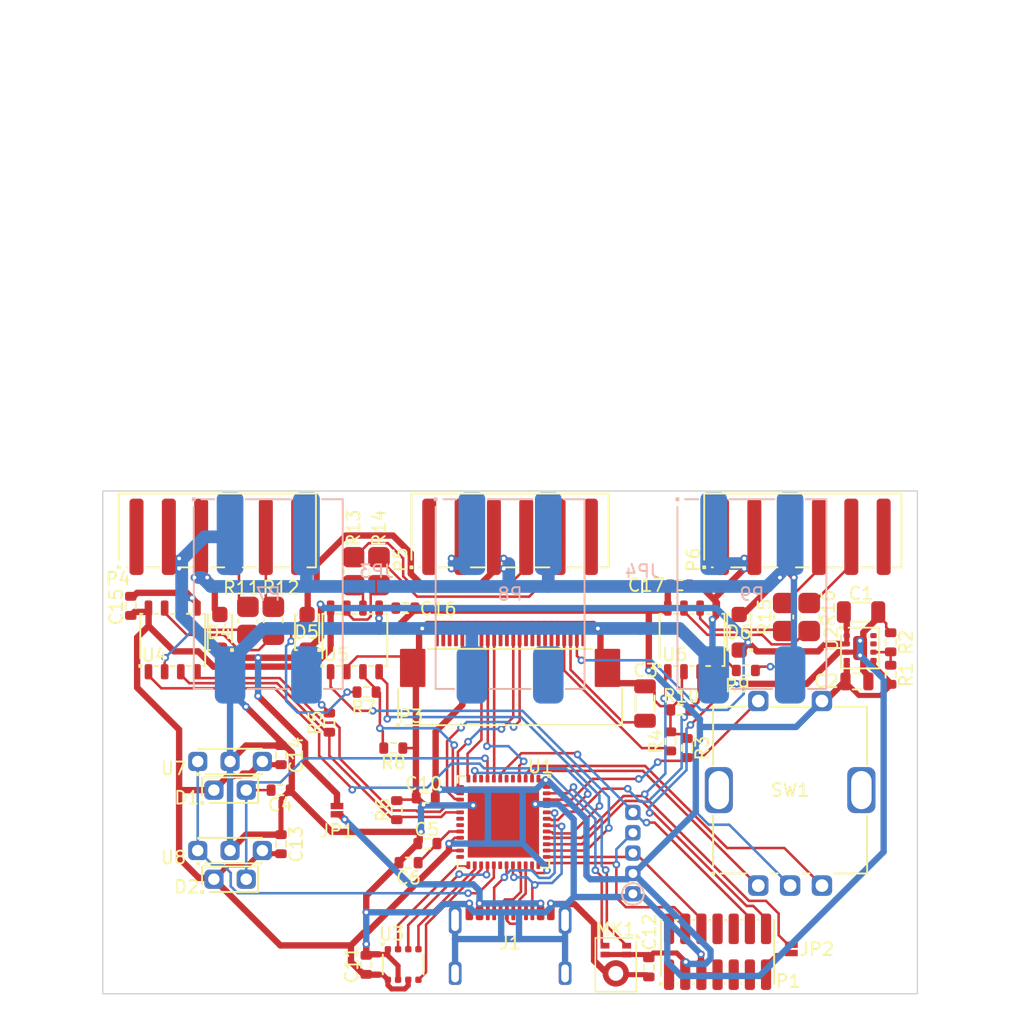
<source format=kicad_pcb>
(kicad_pcb (version 20240108) (generator "pcbnew") (generator_version "8.0")
  (layers (0 "F.Cu" signal) (31 "B.Cu" signal) (34 "B.Paste" user) (35 "F.Paste" user) (36 "B.SilkS" user "B.Silkscreen") (37 "F.SilkS" user "F.Silkscreen") (38 "B.Mask" user) (39 "F.Mask" user) (44 "Edge.Cuts" user))
  (net 0 "")
  (net 1 "GND")
  (net 2 "+3V3")
  (net 3 "ENC_A")
  (net 4 "ENC_B")
  (net 5 "SW")
  (net 6 "USB_CC1")
  (net 7 "USB_CC2")
  (net 8 "nRST")
  (net 11 "BS")
  (net 12 "RS485_DE")
  (net 13 "Net-(U1-VREF+)")
  (net 14 "DISP_nCS")
  (net 16 "IR")
  (net 17 "DISP_nRST")
  (net 18 "DISP_D{slash}nC")
  (net 19 "DISP_SCK")
  (net 20 "DISP_MOSI")
  (net 21 "VBUS")
  (net 22 "RS485_RX")
  (net 23 "Net-(P3-VCOMH)")
  (net 26 "SWDIO")
  (net 27 "Net-(P3-IREF)")
  (net 28 "SWCLK")
  (net 30 "USB_DM")
  (net 31 "USB_DP")
  (net 34 "RS485_TX")
  (net 37 "unconnected-(U1-PA2-Pad10)")
  (net 38 "BME_nCS")
  (net 39 "BME_SCK")
  (net 40 "BME_MISO")
  (net 41 "BME_MOSI")
  (net 42 "MIC_DATA")
  (net 43 "MIC_CLOCK")
  (net 44 "RS485_A")
  (net 45 "RS485_B")
  (net 46 "+15V")
  (net 47 "RS485_2_A")
  (net 48 "RS485_2_B")
  (net 49 "RS485_3_A")
  (net 50 "RS485_3_B")
  (net 51 "RS485_2_RX")
  (net 52 "RS485_2_DE")
  (net 53 "RS485_2_TX")
  (net 54 "RS485_3_RX")
  (net 55 "RS485_3_DE")
  (net 56 "RS485_3_TX")
  (net 57 "Net-(D4-A)")
  (net 58 "Net-(D5-A)")
  (net 60 "unconnected-(P1-Pin_2-Pad2)")
  (net 65 "Net-(U2-FB)")
  (net 68 "Net-(JP2-B)")
  (net 69 "Net-(D6-A)")
  (net 71 "Net-(U4-A)")
  (net 72 "Net-(U4-B)")
  (net 73 "Net-(U5-A)")
  (net 74 "Net-(U5-B)")
  (net 75 "Net-(U6-A)")
  (net 76 "Net-(U6-B)")
  (footprint "local:0603" (layer "F.Cu") (at 88.7 135.725 90)
    (property "Reference" "C11")
    (property "Value" "100n")
  )
  (footprint "local:PhotoDiode" (layer "F.Cu") (at 78 122)
    (property "Reference" "D1")
    (property "Value" "D_Photo")
  )
  (footprint "local:0603" (layer "F.Cu") (at 118.525 112.6 180)
    (property "Reference" "R9")
    (property "Value" "120k")
  )
  (footprint "local:0603" (layer "F.Cu") (at 91.1 123.575 90)
    (property "Reference" "R6")
    (property "Value" "33k")
  )
  (footprint "local:0603" (layer "F.Cu") (at 129.9 110.3875 90)
    (property "Reference" "R2")
    (property "Value" "10k")
  )
  (footprint "local:0603" (layer "F.Cu") (at 113.9 118.695 90)
    (property "Reference" "R3")
    (property "Value" "10k")
  )
  (footprint "local:0603" (layer "F.Cu") (at 90.825 118.7)
    (property "Reference" "R8")
    (property "Value" "33k")
  )
  (footprint "local:1206-term" (layer "F.Cu") (at 79.4 108.7 90)
    (property "Reference" "R11")
    (property "Value" "120R")
  )
  (footprint "local:PhotoDiode" (layer "F.Cu") (at 78 129)
    (property "Reference" "D2")
    (property "Value" "D_Photo")
  )
  (footprint "local:0603" (layer "F.Cu") (at 88.725 114.3)
    (property "Reference" "R7")
    (property "Value" "120k")
  )
  (footprint "local:Harting14110413002000" (layer "F.Cu") (at 100 102.1)
    (property "Reference" "P5")
    (property "Value" "har-flexicon 2,54 MSH-4")
  )
  (footprint "local:BME680" (layer "F.Cu") (at 91.6 135.7 180)
    (property "Reference" "U3")
    (property "Value" "BME680")
  )
  (footprint "local:0603" (layer "F.Cu") (at 70.2 107.525 90)
    (property "Reference" "C15")
    (property "Value" "100n")
  )
  (footprint "local:0603" (layer "F.Cu") (at 93.505 126.2 180)
    (property "Reference" "C5")
    (property "Value" "100n")
  )
  (footprint "local:Harting14110413002000" (layer "F.Cu") (at 77 102.1)
    (property "Reference" "P4")
    (property "Value" "har-flexicon 2,54 MSH-4")
  )
  (footprint "local:1206-term" (layer "F.Cu") (at 123.5 108.4 -90)
    (property "Reference" "R16")
    (property "Value" "120R")
  )
  (footprint "local:0603" (layer "F.Cu") (at 93.375 122.6 180)
    (property "Reference" "C10")
    (property "Value" "100n")
  )
  (footprint "local:TPS82130" (layer "F.Cu") (at 127.5 110.8375)
    (property "Reference" "U2")
    (property "Value" "TPS82130")
  )
  (footprint "local:Harting14110413002000" (layer "F.Cu") (at 123 102.1)
    (property "Reference" "P6")
    (property "Value" "har-flexicon 2,54 MSH-4")
  )
  (footprint "local:0603" (layer "F.Cu") (at 92.025 127.7 180)
    (property "Reference" "C6")
    (property "Value" "1u")
  )
  (footprint "local:0603" (layer "F.Cu") (at 129.9 112.9375 90)
    (property "Reference" "R1")
    (property "Value" "33k")
  )
  (footprint "local:1206" (layer "F.Cu") (at 127.575 108.0125)
    (property "Reference" "C1")
    (property "Value" "10u/16V")
  )
  (footprint "local:0603" (layer "F.Cu") (at 113.375 115.7 180)
    (property "Reference" "R10")
    (property "Value" "33k")
  )
  (footprint "local:SO-8" (layer "F.Cu") (at 87.805 110.2)
    (property "Reference" "U5")
    (property "Value" "SP3485CN")
  )
  (footprint "local:TSOP38338" (layer "F.Cu") (at 78 119.25)
    (property "Reference" "U7")
    (property "Value" "TSOP38338")
  )
  (footprint "local:PinHeader-2x7-1.27mm-smd" (layer "F.Cu") (at 116.3 134.7)
    (property "Reference" "P1")
    (property "Value" "FTSH-107-01-L-DV-K")
  )
  (footprint "local:1206" (layer "F.Cu") (at 110.6 115.2 90)
    (property "Reference" "C3")
    (property "Value" "10u/16V")
  )
  (footprint "local:PMEG6010ELR" (layer "F.Cu") (at 77.2 109.6 90)
    (property "Reference" "D4")
    (property "Value" "PMEG6010ELR")
  )
  (footprint "local:Connector-Flat-24-0.5mm" (layer "F.Cu") (at 100 111.15)
    (property "Reference" "P3")
    (property "Value" "AFC07-S24FCC-00")
  )
  (footprint "local:PMEG6010ELR" (layer "F.Cu") (at 84.05 109.6 90)
    (property "Reference" "D5")
    (property "Value" "PMEG6010ELR")
  )
  (footprint "local:0603" (layer "F.Cu") (at 91.775 107.7 180)
    (property "Reference" "C16")
    (property "Value" "100n")
  )
  (footprint "local:0805" (layer "F.Cu") (at 127.25 113.4625)
    (property "Reference" "C2")
    (property "Value" "22u/6V3")
  )
  (footprint "local:0603" (layer "F.Cu") (at 82 119.25 90)
    (property "Reference" "C14")
    (property "Value" "100n")
  )
  (footprint "local:0603" (layer "F.Cu") (at 85.8 116.7 -90)
    (property "Reference" "R5")
    (property "Value" "120k")
  )
  (footprint "local:SO-8" (layer "F.Cu") (at 73.495 110.2)
    (property "Reference" "U4")
    (property "Value" "SP3485CN")
  )
  (footprint "local:0603" (layer "F.Cu") (at 113.325 105.9)
    (property "Reference" "C17")
    (property "Value" "100n")
  )
  (footprint "local:PEC12R-4217F-S0024" (layer "F.Cu") (at 122 122)
    (property "Reference" "SW1")
    (property "Value" "RotaryEncoder_Switch")
  )
  (footprint "local:1206-term" (layer "F.Cu") (at 89.7 104.8 -90)
    (property "Reference" "R14")
    (property "Value" "120R")
  )
  (footprint "local:1206-term" (layer "F.Cu") (at 81.4 108.7 -90)
    (property "Reference" "R12")
    (property "Value" "120R")
  )
  (footprint "local:STM32-UFQFPN48" (layer "F.Cu") (at 99.475 124.5 180)
    (property "Reference" "U1")
    (property "Value" "STM32G431CBUx")
  )
  (footprint "local:0603" (layer "F.Cu") (at 81.975 122)
    (property "Reference" "C4")
    (property "Value" "100n")
  )
  (footprint "local:1206-term" (layer "F.Cu") (at 87.7 104.8 90)
    (property "Reference" "R13")
    (property "Value" "120R")
  )
  (footprint "local:PMEG6010ELR" (layer "F.Cu") (at 118 109.6 90)
    (property "Reference" "D6")
    (property "Value" "PMEG6010ELR")
  )
  (footprint "local:1206-term" (layer "F.Cu") (at 121.5 108.4 90)
    (property "Reference" "R15")
    (property "Value" "120R")
  )
  (footprint "local:0603" (layer "F.Cu") (at 112.6 118.175 90)
    (property "Reference" "R4")
    (property "Value" "900k")
  )
  (footprint "local:SO-8" (layer "F.Cu") (at 114.295 110.2)
    (property "Reference" "U6")
    (property "Value" "SP3485CN")
  )
  (footprint "local:Jumper" (layer "F.Cu") (at 86.4 123.575 90)
    (property "Reference" "JP1")
    (property "Value" "Jumper_2_Open")
  )
  (footprint "local:Jumper" (layer "F.Cu") (at 122.1 134.475 -90)
    (property "Reference" "JP2")
    (property "Value" "Jumper_2_Open")
  )
  (footprint "Sensor_Audio:Infineon_PG-LLGA-5-1" (layer "F.Cu") (at 108.307 135.72 -90)
    (property "Reference" "MK1")
    (property "Value" "IM69D120")
  )
  (footprint "local:TSOP38338" (layer "F.Cu") (at 78 126.25)
    (property "Reference" "U8")
    (property "Value" "TSOP38338")
  )
  (footprint "local:0603" (layer "F.Cu") (at 110.9 135.925 -90)
    (property "Reference" "C12")
    (property "Value" "100n")
  )
  (footprint "local:0603" (layer "F.Cu") (at 82 126.25 90)
    (property "Reference" "C13")
    (property "Value" "100n")
  )
  (footprint "local:TYPE-C-16PIN-2MD-073" (layer "F.Cu") (at 100 134)
    (property "Reference" "J1")
    (property "Value" "USB_C_Receptacle_USB2.0")
  )
  (footprint "local:WAGO2061-602" (layer "B.Cu") (at 119 106.6)
    (property "Reference" "P9")
    (property "Value" "WAGO2061-602" (hide yes))
  )
  (footprint "local:Jumper" (layer "B.Cu") (at 89.475 106)
    (property "Reference" "JP3")
    (property "Value" "Jumper_2_Open")
  )
  (footprint "local:ProgPads" (layer "B.Cu") (at 109.65 126.95 90)
    (property "Reference" "P2" (hide yes))
    (property "Value" "ST-Link")
  )
  (footprint "local:WAGO2061-602" (layer "B.Cu") (at 81 106.6)
    (property "Reference" "P7")
    (property "Value" "WAGO2061-602")
  )
  (footprint "local:WAGO2061-602" (layer "B.Cu") (at 100 106.6)
    (property "Reference" "P8")
    (property "Value" "WAGO2061-602")
  )
  (footprint "local:Jumper" (layer "B.Cu") (at 110.375 106)
    (property "Reference" "JP4")
    (property "Value" "Jumper_2_Open")
  )
  (footprint "MountingHole:MountingHole_2.2mm_M2" (layer "B.Cu") (at 70 122 180)
    (property "Reference" "REF**" (hide yes))
    (property "Value" "MountingHole_2.2mm_M2")
  )
  (gr_circle (center 109.65 130.16) (end 108.8 130.16) (stroke (width 0.15)) (fill none) (layer "B.SilkS"))
  (gr_circle (center 109.65 130.16) (end 110.5 130.16) (stroke (width 0.15)) (fill none) (layer "F.SilkS"))
  (gr_poly (pts (xy 68 138) (xy 132 138) (xy 132 98.5) (xy 68 98.5)) (stroke (width 0.1)) (fill none) (layer "Edge.Cuts"))
  (segment (start 91.65 118.7) (end 92.6 118.7) (width 0.2) (layer "F.Cu") (net 1))
  (segment (start 105.05 130.95) (end 106.6 132.5) (width 0.5) (layer "F.Cu") (net 1))
  (segment (start 116.2 107.2) (end 116.2 107.7) (width 0.5) (layer "F.Cu") (net 1))
  (segment (start 101.75 108.95) (end 99.75 108.95) (width 0.5) (layer "F.Cu") (net 1))
  (segment (start 82 122.7) (end 82 125.5) (width 0.4) (layer "F.Cu") (net 1))
  (segment (start 96.8 130.9) (end 96.8 131.645) (width 0.5) (layer "F.Cu") (net 1))
  (segment (start 89.7 134.9) (end 88.75 134.9) (width 0.5) (layer "F.Cu") (net 1))
  (segment (start 102.25 110) (end 102.25 108.95) (width 0.2) (layer "F.Cu") (net 1))
  (segment (start 74 103.8) (end 73.3 103.8) (width 0.5) (layer "F.Cu") (net 1))
  (segment (start 101.75 110) (end 101.75 108.95) (width 0.2) (layer "F.Cu") (net 1))
  (segment (start 113.79 117.6) (end 114.06 117.87) (width 0.2) (layer "F.Cu") (net 1))
  (segment (start 92.6 112.1) (end 92 111.5) (width 0.5) (layer "F.Cu") (net 1))
  (segment (start 129.55 109.2125) (end 129.9 109.5625) (width 0.2) (layer "F.Cu") (net 1))
  (segment (start 95.25 110) (end 95.25 108.95) (width 0.2) (layer "F.Cu") (net 1))
  (segment (start 93.5 108.95) (end 92.85 109.6) (width 0.5) (layer "F.Cu") (net 1))
  (segment (start 112.6 115.6) (end 112.6 117.35) (width 0.2) (layer "F.Cu") (net 1))
  (segment (start 118.4 104.6) (end 119.2 104.6) (width 0.5) (layer "F.Cu") (net 1))
  (segment (start 107.65 112.4) (end 107.1 111.85) (width 0.5) (layer "F.Cu") (net 1))
  (segment (start 127.5 110.2625) (end 127.5 110.8375) (width 0.5) (layer "F.Cu") (net 1))
  (segment (start 78 126.75) (end 79.25 125.5) (width 0.5) (layer "F.Cu") (net 1))
  (segment (start 129 108.3625) (end 129.55 108.9125) (width 0.2) (layer "F.Cu") (net 1))
  (segment (start 79.25 125.5) (end 82 125.5) (width 0.5) (layer "F.Cu") (net 1))
  (segment (start 99.75 110) (end 99.75 108.95) (width 0.2) (layer "F.Cu") (net 1))
  (segment (start 91.25 127.75) (end 91.25 127.7) (width 0.5) (layer "F.Cu") (net 1))
  (segment (start 113.5 114.7) (end 112.6 115.6) (width 0.2) (layer "F.Cu") (net 1))
  (segment (start 127.75 111.0875) (end 127.75 112.6125) (width 0.5) (layer "F.Cu") (net 1))
  (segment (start 109.117 136.4) (end 109.217 136.5) (width 0.4) (layer "F.Cu") (net 1))
  (segment (start 99.25 110) (end 99.25 108.95) (width 0.2) (layer "F.Cu") (net 1))
  (segment (start 82.7 122) (end 82 122.7) (width 0.4) (layer "F.Cu") (net 1))
  (segment (start 111.35 114.3) (end 111.35 114.95) (width 0.2) (layer "F.Cu") (net 1))
  (segment (start 70.7 106.5) (end 74.6 106.5) (width 0.5) (layer "F.Cu") (net 1))
  (segment (start 128.15 113.0125) (end 128.15 113.4125) (width 0.5) (layer "F.Cu") (net 1))
  (segment (start 89.71 107.7) (end 91 107.7) (width 0.5) (layer "F.Cu") (net 1))
  (segment (start 110.6 113.725) (end 110.775 113.725) (width 0.2) (layer "F.Cu") (net 1))
  (segment (start 115 134.9) (end 115 136.47) (width 0.5) (layer "F.Cu") (net 1))
  (segment (start 111.8 115.4) (end 112.25 115.4) (width 0.2) (layer "F.Cu") (net 1))
  (segment (start 105.75 108.95) (end 103.75 108.95) (width 0.5) (layer "F.Cu") (net 1))
  (segment (start 93 125.3) (end 92.9 125.4) (width 0.5) (layer "F.Cu") (net 1))
  (segment (start 103.2 130.9) (end 103.25 130.95) (width 0.5) (layer "F.Cu") (net 1))
  (segment (start 117.8 113.65) (end 122.65 113.65) (width 0.5) (layer "F.Cu") (net 1))
  (segment (start 99.75 108.95) (end 99.25 108.95) (width 0.5) (layer "F.Cu") (net 1))
  (segment (start 127.175 111.1625) (end 127.5 110.8375) (width 0.4) (layer "F.Cu") (net 1))
  (segment (start 92.85 111.9) (end 92.35 112.4) (width 0.5) (layer "F.Cu") (net 1))
  (segment (start 92.85 109.6) (end 92.85 111.9) (width 0.5) (layer "F.Cu") (net 1))
  (segment (start 82.725 122) (end 82.7 122) (width 0.4) (layer "F.Cu") (net 1))
  (segment (start 82.85 119.05) (end 82.85 121.9) (width 0.5) (layer "F.Cu") (net 1))
  (segment (start 96 104.6) (end 96.1 104.5) (width 0.5) (layer "F.Cu") (net 1))
  (segment (start 114.1 105.9) (end 114.9 105.9) (width 0.5) (layer "F.Cu") (net 1))
  (segment (start 112.85 117.6) (end 113.79 117.6) (width 0.2) (layer "F.Cu") (net 1))
  (segment (start 118.4 104.6) (end 116 107) (width 0.5) (layer "F.Cu") (net 1))
  (segment (start 87.17 112.33) (end 88 111.5) (width 0.2) (layer "F.Cu") (net 1))
  (segment (start 88 111.5) (end 92 111.5) (width 0.2) (layer "F.Cu") (net 1))
  (segment (start 114.9 105.9) (end 116 107) (width 0.5) (layer "F.Cu") (net 1))
  (segment (start 85.98 125.28) (end 93 125.28) (width 0.5) (layer "F.Cu") (net 1))
  (segment (start 93 125.28) (end 93 125.3) (width 0.5) (layer "F.Cu") (net 1))
  (segment (start 99.25 108.95) (end 97.25 108.95) (width 0.5) (layer "F.Cu") (net 1))
  (segment (start 74 104.6) (end 73.3 104.6) (width 0.5) (layer "F.Cu") (net 1))
  (segment (start 103.25 108.95) (end 102.75 108.95) (width 0.5) (layer "F.Cu") (net 1))
  (segment (start 128.15 113.4125) (end 128.2 113.4625) (width 0.5) (layer "F.Cu") (net 1))
  (segment (start 102.75 110) (end 102.75 108.95) (width 0.2) (layer "F.Cu") (net 1))
  (segment (start 110.475 113.6) (end 108.3 113.6) (width 0.5) (layer "F.Cu") (net 1))
  (segment (start 112.6 117.35) (end 112.85 117.6) (width 0.2) (layer "F.Cu") (net 1))
  (segment (start 91.25 127.68) (end 92.73 126.2) (width 0.5) (layer "F.Cu") (net 1))
  (segment (start 106.6 132.5) (end 106.6 135.4) (width 0.5) (layer "F.Cu") (net 1))
  (segment (start 116 107) (end 116.2 107.2) (width 0.5) (layer "F.Cu") (net 1))
  (segment (start 116.3 136.6) (end 116.1 136.4) (width 0.2) (layer "F.Cu") (net 1))
  (segment (start 94.75 110) (end 94.75 108.95) (width 0.2) (layer "F.Cu") (net 1))
  (segment (start 122.65 113.65) (end 123.3125 113.65) (width 0.5) (layer "F.Cu") (net 1))
  (segment (start 95.4 103.8) (end 95.9 103.8) (width 0.5) (layer "F.Cu") (net 1))
  (segment (start 127.75 109.6125) (end 127.75 110.0125) (width 0.5) (layer "F.Cu") (net 1))
  (segment (start 113.5 112.86) (end 113.5 114.7) (width 0.2) (layer "F.Cu") (net 1))
  (segment (start 125.8 111.1625) (end 125.95 111.1625) (width 0.5) (layer "F.Cu") (net 1))
  (segment (start 92.6 118.7) (end 92.6 112.1) (width 0.5) (layer "F.Cu") (net 1))
  (segment (start 129 108.3625) (end 127.75 109.6125) (width 0.5) (layer "F.Cu") (net 1))
  (segment (start 82.75 122) (end 82.75 122.05) (width 0.5) (layer "F.Cu") (net 1))
  (segment (start 75.4 107.7) (end 75.4 107.3) (width 0.5) (layer "F.Cu") (net 1))
  (segment (start 97.25 108.95) (end 96.75 108.95) (width 0.5) (layer "F.Cu") (net 1))
  (segment (start 110.6 113.725) (end 110.475 113.6) (width 0.5) (layer "F.Cu") (net 1))
  (segment (start 88.7 130.3) (end 91.25 127.75) (width 0.5) (layer "F.Cu") (net 1))
  (segment (start 92.9 126.03) (end 92.73 126.2) (width 0.5) (layer "F.Cu") (net 1))
  (segment (start 95.9 103.8) (end 96.2 104.1) (width 0.5) (layer "F.Cu") (net 1))
  (segment (start 78 119.75) (end 79.25 118.5) (width 0.5) (layer "F.Cu") (net 1))
  (segment (start 92.6 122.54) (end 92.6 118.7) (width 0.5) (layer "F.Cu") (net 1))
  (segment (start 103.2 130.9) (end 103.2 131.645) (width 0.5) (layer "F.Cu") (net 1))
  (segment (start 106.6 135.4) (end 107.4 136.2) (width 0.5) (layer "F.Cu") (net 1))
  (segment (start 96.75 108.95) (end 95.25 108.95) (width 0.5) (layer "F.Cu") (net 1))
  (segment (start 82.85 121.9) (end 82.75 122) (width 0.5) (layer "F.Cu") (net 1))
  (segment (start 72.86 111.64) (end 72.9 111.6) (width 0.2) (layer "F.Cu") (net 1))
  (segment (start 103.75 108.95) (end 103.25 108.95) (width 0.5) (layer "F.Cu") (net 1))
  (segment (start 103.25 110) (end 103.25 108.95) (width 0.2) (layer "F.Cu") (net 1))
  (segment (start 94.75 108.95) (end 94.25 108.95) (width 0.5) (layer "F.Cu") (net 1))
  (segment (start 113.66 112.7) (end 113.5 112.86) (width 0.2) (layer "F.Cu") (net 1))
  (segment (start 111.35 114.95) (end 111.8 115.4) (width 0.2) (layer "F.Cu") (net 1))
  (segment (start 95.4 104.6) (end 96 104.6) (width 0.5) (layer "F.Cu") (net 1))
  (segment (start 125.95 111.1625) (end 126.45 111.1625) (width 0.4) (layer "F.Cu") (net 1))
  (segment (start 110.775 113.725) (end 111.35 114.3) (width 0.2) (layer "F.Cu") (net 1))
  (segment (start 127.5 110.8375) (end 127.75 111.0875) (width 0.5) (layer "F.Cu") (net 1))
  (segment (start 107.1 111.85) (end 107.1 109.5) (width 0.5) (layer "F.Cu") (net 1))
  (segment (start 106.55 108.95) (end 105.75 108.95) (width 0.5) (layer "F.Cu") (net 1))
  (segment (start 92.45 122.75) (end 92.6 122.6) (width 0.2) (layer "F.Cu") (net 1))
  (segment (start 90.4 134.5) (end 90.4 135) (width 0.4) (layer "F.Cu") (net 1))
  (segment (start 127.75 112.6125) (end 128.15 113.0125) (width 0.5) (layer "F.Cu") (net 1))
  (segment (start 108.3 113.6) (end 107.65 112.95) (width 0.5) (layer "F.Cu") (net 1))
  (segment (start 87.17 112.7) (end 87.17 112.33) (width 0.2) (layer "F.Cu") (net 1))
  (segment (start 91.1 122.75) (end 92.45 122.75) (width 0.2) (layer "F.Cu") (net 1))
  (segment (start 94.25 110) (end 94.25 108.95) (width 0.2) (layer "F.Cu") (net 1))
  (segment (start 92.9 125.4) (end 92.9 126.03) (width 0.5) (layer "F.Cu") (net 1))
  (segment (start 112.25 115.4) (end 112.55 115.7) (width 0.2) (layer "F.Cu") (net 1))
  (segment (start 109.217 136.5) (end 110.7 136.5) (width 0.4) (layer "F.Cu") (net 1))
  (segment (start 107.65 112.95) (end 107.65 112.4) (width 0.5) (layer "F.Cu") (net 1))
  (segment (start 79.25 118.5) (end 82 118.5) (width 0.5) (layer "F.Cu") (net 1))
  (segment (start 90.4 135) (end 90.3 134.9) (width 0.4) (layer "F.Cu") (net 1))
  (segment (start 110.7 136.5) (end 110.9 136.7) (width 0.4) (layer "F.Cu") (net 1))
  (segment (start 82.75 122.05) (end 85.98 125.28) (width 0.5) (layer "F.Cu") (net 1))
  (segment (start 102.75 108.95) (end 102.25 108.95) (width 0.5) (layer "F.Cu") (net 1))
  (segment (start 126.45 111.1625) (end 127.175 111.1625) (width 0.4) (layer "F.Cu") (net 1))
  (segment (start 88.7 134.1) (end 88.7 134.95) (width 0.5) (layer "F.Cu") (net 1))
  (segment (start 123.3125 113.65) (end 125.8 111.1625) (width 0.5) (layer "F.Cu") (net 1))
  (segment (start 95.25 108.95) (end 94.75 108.95) (width 0.5) (layer "F.Cu") (net 1))
  (segment (start 118.4 103.8) (end 119.2 103.8) (width 0.5) (layer "F.Cu") (net 1))
  (segment (start 90.4 135) (end 91.2 135.8) (width 0.4) (layer "F.Cu") (net 1))
  (segment (start 103.75 110) (end 103.75 108.95) (width 0.2) (layer "F.Cu") (net 1))
  (segment (start 102.25 108.95) (end 101.75 108.95) (width 0.5) (layer "F.Cu") (net 1))
  (segment (start 127.75 110.0125) (end 127.5 110.2625) (width 0.5) (layer "F.Cu") (net 1))
  (segment (start 79.25 115.45) (end 82.85 119.05) (width 0.5) (layer "F.Cu") (net 1))
  (segment (start 116.2 108.3) (end 115.9 108.6) (width 0.5) (layer "F.Cu") (net 1))
  (segment (start 70.2 106.75) (end 70.45 106.75) (width 0.5) (layer "F.Cu") (net 1))
  (segment (start 115.03 136.5) (end 116.3 136.5) (width 0.4) (layer "F.Cu") (net 1))
  (segment (start 116.2 107.7) (end 116.2 108.3) (width 0.5) (layer "F.Cu") (net 1))
  (segment (start 70.45 106.75) (end 70.7 106.5) (width 0.5) (layer "F.Cu") (net 1))
  (segment (start 88.7 131.6) (end 88.7 130.3) (width 0.5) (layer "F.Cu") (net 1))
  (segment (start 88.75 134.9) (end 88.7 134.95) (width 0.5) (layer "F.Cu") (net 1))
  (segment (start 74.6 106.5) (end 75 106.9) (width 0.5) (layer "F.Cu") (net 1))
  (segment (start 90.3 134.9) (end 89.7 134.9) (width 0.4) (layer "F.Cu") (net 1))
  (segment (start 91.25 127.7) (end 91.25 127.68) (width 0.5) (layer "F.Cu") (net 1))
  (segment (start 129.55 108.9125) (end 129.55 109.2125) (width 0.2) (layer "F.Cu") (net 1))
  (segment (start 107.1 109.5) (end 106.55 108.95) (width 0.5) (layer "F.Cu") (net 1))
  (segment (start 93.2 123.14) (end 92.6 122.54) (width 0.5) (layer "F.Cu") (net 1))
  (segment (start 96.75 110) (end 96.75 108.95) (width 0.2) (layer "F.Cu") (net 1))
  (segment (start 103.25 130.95) (end 105.05 130.95) (width 0.5) (layer "F.Cu") (net 1))
  (segment (start 72.86 112.7) (end 72.86 111.64) (width 0.2) (layer "F.Cu") (net 1))
  (segment (start 94.25 108.95) (end 93.5 108.95) (width 0.5) (layer "F.Cu") (net 1))
  (segment (start 105.75 110) (end 105.75 108.95) (width 0.2) (layer "F.Cu") (net 1))
  (segment (start 91.2 135.8) (end 91.2 136.9) (width 0.4) (layer "F.Cu") (net 1))
  (segment (start 75.4 107.3) (end 75 106.9) (width 0.5) (layer "F.Cu") (net 1))
  (segment (start 97.25 110) (end 97.25 108.95) (width 0.2) (layer "F.Cu") (net 1))
  (via (at 93.1 109.3) (size 0.6) (drill 0.3) (layers "F.Cu" "B.Cu") (net 1))
  (via (at 118.4 104.6) (size 0.6) (drill 0.3) (layers "F.Cu" "B.Cu") (net 1))
  (via (at 74 104.6) (size 0.6) (drill 0.3) (layers "F.Cu" "B.Cu") (net 1))
  (via (at 88.7 131.6) (size 0.6) (drill 0.3) (layers "F.Cu" "B.Cu") (net 1))
  (via (at 115.9 108.6) (size 0.6) (drill 0.3) (layers "F.Cu" "B.Cu") (net 1))
  (via (at 106.9 109.3) (size 0.6) (drill 0.3) (layers "F.Cu" "B.Cu") (net 1))
  (via (at 89.7 108.5) (size 0.6) (drill 0.3) (layers "F.Cu" "B.Cu") (net 1))
  (via (at 93 125.28) (size 0.6) (drill 0.3) (layers "F.Cu" "B.Cu") (net 1))
  (via (at 115 134.9) (size 0.6) (drill 0.3) (layers "F.Cu" "B.Cu") (net 1))
  (via (at 75 106.9) (size 0.6) (drill 0.3) (layers "F.Cu" "B.Cu") (net 1))
  (via (at 118.4 103.8) (size 0.6) (drill 0.3) (layers "F.Cu" "B.Cu") (net 1))
  (via (at 88.7 134.1) (size 0.6) (drill 0.3) (layers "F.Cu" "B.Cu") (net 1))
  (via (at 117.8 113.65) (size 0.6) (drill 0.3) (layers "F.Cu" "B.Cu") (net 1))
  (via (at 93.2 123.14) (size 0.6) (drill 0.3) (layers "F.Cu" "B.Cu") (net 1))
  (via (at 95.4 104.6) (size 0.6) (drill 0.3) (layers "F.Cu" "B.Cu") (net 1))
  (via (at 72.9 111.6) (size 0.6) (drill 0.3) (layers "F.Cu" "B.Cu") (net 1))
  (via (at 97.1 123.2) (size 0.6) (drill 0.3) (layers "F.Cu" "B.Cu") (net 1))
  (via (at 101.98 123.1) (size 0.6) (drill 0.3) (layers "F.Cu" "B.Cu") (net 1))
  (via (at 127.5 111.4125) (size 0.6) (drill 0.3) (layers "F.Cu" "B.Cu") (net 1))
  (via (at 95.4 103.8) (size 0.6) (drill 0.3) (layers "F.Cu" "B.Cu") (net 1))
  (via (at 96.8 130.9) (size 0.6) (drill 0.3) (layers "F.Cu" "B.Cu") (net 1))
  (via (at 74 103.8) (size 0.6) (drill 0.3) (layers "F.Cu" "B.Cu") (net 1))
  (via (at 103.2 130.9) (size 0.6) (drill 0.3) (layers "F.Cu" "B.Cu") (net 1))
  (via (at 79.25 115.45) (size 0.6) (drill 0.3) (layers "F.Cu" "B.Cu") (net 1))
  (via (at 127.5 110.2625) (size 0.6) (drill 0.3) (layers "F.Cu" "B.Cu") (net 1))
  (segment (start 97 104.1) (end 96.9 104.2) (width 1) (layer "B.Cu") (net 1))
  (segment (start 78 112.95) (end 78 119.75) (width 0.5) (layer "B.Cu") (net 1))
  (segment (start 96.75 130.95) (end 96.8 130.9) (width 0.5) (layer "B.Cu") (net 1))
  (segment (start 95.68 133.7) (end 95.68 136.4) (width 0.5) (layer "B.Cu") (net 1))
  (segment (start 89.7 108.5) (end 89.7 109.3) (width 0.5) (layer "B.Cu") (net 1))
  (segment (start 78 114.2) (end 79.25 115.45) (width 0.5) (layer "B.Cu") (net 1))
  (segment (start 129.35 126.85) (end 129.35 113.2625) (width 0.5) (layer "B.Cu") (net 1))
  (segment (start 116 103.5) (end 116.7 104.2) (width 1) (layer "B.Cu") (net 1))
  (segment (start 80.6 109.3) (end 89.7 109.3) (width 1) (layer "B.Cu") (net 1))
  (segment (start 113.3 109.3) (end 115.7 111.7) (width 1) (layer "B.Cu") (net 1))
  (segment (start 115 134.9) (end 112.175 132.075) (width 0.5) (layer "B.Cu") (net 1))
  (segment (start 116 101.85) (end 116 103.5) (width 1) (layer "B.Cu") (net 1))
  (segment (start 75.2 109.3) (end 74.2 108.3) (width 1) (layer "B.Cu") (net 1))
  (segment (start 103.25 130.95) (end 104.45 130.95) (width 0.5) (layer "B.Cu") (net 1))
  (segment (start 101.98 123.1) (end 103.8 123.1) (width 0.5) (layer "B.Cu") (net 1))
  (segment (start 74.2 103.9) (end 76 102.1) (width 1) (layer "B.Cu") (net 1))
  (segment (start 127.5 110.2625) (end 127.5 111.4125) (width 0.5) (layer "B.Cu") (net 1))
  (segment (start 103.2 130.9) (end 103.25 130.95) (width 0.5) (layer "B.Cu") (net 1))
  (segment (start 99.3 131.6) (end 100 131.6) (width 0.5) (layer "B.Cu") (net 1))
  (segment (start 95.68 133.7) (end 99.3 133.7) (width 0.5) (layer "B.Cu") (net 1))
  (segment (start 103.2 131.2) (end 103.2 130.9) (width 0.5) (layer "B.Cu") (net 1))
  (segment (start 74.2 106.9) (end 74.2 103.9) (width 1) (layer "B.Cu") (net 1))
  (segment (start 113.45 136.6) (end 119.6 136.6) (width 0.5) (layer "B.Cu") (net 1))
  (segment (start 100 131.6) (end 100.7 131.6) (width 0.5) (layer "B.Cu") (net 1))
  (segment (start 96.9 104.2) (end 95.6 104.2) (width 1) (layer "B.Cu") (net 1))
  (segment (start 97 109.3) (end 110.2 109.3) (width 1) (layer "B.Cu") (net 1))
  (segment (start 78 112.95) (end 78 111.9) (width 1) (layer "B.Cu") (net 1))
  (segment (start 102.8 131.6) (end 103.2 131.2) (width 0.5) (layer "B.Cu") (net 1))
  (segment (start 78 112.95) (end 78 114.2) (width 0.5) (layer "B.Cu") (net 1))
  (segment (start 99.3 133.7) (end 100 133.7) (width 0.5) (layer "B.Cu") (net 1))
  (segment (start 96.8 130.9) (end 96.8 131.2) (width 0.5) (layer "B.Cu") (net 1))
  (segment (start 99.3 131.6) (end 99.3 133.7) (width 0.5) (layer "B.Cu") (net 1))
  (segment (start 115.9 108.6) (end 115.9 112.85) (width 0.5) (layer "B.Cu") (net 1))
  (segment (start 119.6 136.6) (end 129.35 126.85) (width 0.5) (layer "B.Cu") (net 1))
  (segment (start 112.175 132.075) (end 110.5 130.4) (width 0.5) (layer "B.Cu") (net 1))
  (segment (start 76 102.1) (end 77.75 102.1) (width 1) (layer "B.Cu") (net 1))
  (segment (start 109.9 130.4) (end 109.65 130.15) (width 0.5) (layer "B.Cu") (net 1))
  (segment (start 105 130.4) (end 109.3 130.4) (width 0.5) (layer "B.Cu") (net 1))
  (segment (start 77.2 111.3) (end 75.2 109.3) (width 1) (layer "B.Cu") (net 1))
  (segment (start 93.26 123.2) (end 93.2 123.14) (width 0.5) (layer "B.Cu") (net 1))
  (segment (start 77.75 102.1) (end 78 101.85) (width 1) (layer "B.Cu") (net 1))
  (segment (start 89.7 109.3) (end 97 109.3) (width 1) (layer "B.Cu") (net 1))
  (segment (start 116.7 113.65) (end 117.8 113.65) (width 0.5) (layer "B.Cu") (net 1))
  (segment (start 96.8 131.2) (end 97.2 131.6) (width 0.5) (layer "B.Cu") (net 1))
  (segment (start 112.175 132.075) (end 112.35 132.25) (width 0.5) (layer "B.Cu") (net 1))
  (segment (start 77.1 113.85) (end 78 112.95) (width 0.5) (layer "B.Cu") (net 1))
  (segment (start 72.9 111.6) (end 75.2 109.3) (width 0.2) (layer "B.Cu") (net 1))
  (segment (start 112.35 132.25) (end 112.35 135.5) (width 0.5) (layer "B.Cu") (net 1))
  (segment (start 78 111.9) (end 80.6 109.3) (width 1) (layer "B.Cu") (net 1))
  (segment (start 74.2 108.3) (end 74.2 106.9) (width 1) (layer "B.Cu") (net 1))
  (segment (start 88.7 131.6) (end 94.1 131.6) (width 0.5) (layer "B.Cu") (net 1))
  (segment (start 110.2 109.3) (end 113.3 109.3) (width 1) (layer "B.Cu") (net 1))
  (segment (start 94.75 130.95) (end 96.75 130.95) (width 0.5) (layer "B.Cu") (net 1))
  (segment (start 78.25 113.2) (end 78 112.95) (width 0.5) (layer "B.Cu") (net 1))
  (segment (start 78 119.75) (end 78 126.75) (width 0.5) (layer "B.Cu") (net 1))
  (segment (start 88.7 131.6) (end 88.7 134.1) (width 0.5) (layer "B.Cu") (net 1))
  (segment (start 104.45 130.95) (end 105 130.4) (width 0.5) (layer "B.Cu") (net 1))
  (segment (start 100.7 131.6) (end 100.7 133.7) (width 0.5) (layer "B.Cu") (net 1))
  (segment (start 94.1 131.6) (end 94.75 130.95) (width 0.5) (layer "B.Cu") (net 1))
  (segment (start 110.5 130.4) (end 109.9 130.4) (width 0.5) (layer "B.Cu") (net 1))
  (segment (start 105 124.3) (end 105 130.4) (width 0.5) (layer "B.Cu") (net 1))
  (segment (start 112.35 135.5) (end 113.45 136.6) (width 0.5) (layer "B.Cu") (net 1))
  (segment (start 93 123.34) (end 93 125.28) (width 0.5) (layer "B.Cu") (net 1))
  (segment (start 97.2 131.6) (end 99.3 131.6) (width 0.5) (layer "B.Cu") (net 1))
  (segment (start 97.1 123.2) (end 93.26 123.2) (width 0.5) (layer "B.Cu") (net 1))
  (segment (start 103.8 123.1) (end 105 124.3) (width 0.5) (layer "B.Cu") (net 1))
  (segment (start 129.35 113.2625) (end 127.5 111.4125) (width 0.5) (layer "B.Cu") (net 1))
  (segment (start 95.68 132.22) (end 95.68 133.7) (width 0.5) (layer "B.Cu") (net 1))
  (segment (start 100.7 131.6) (end 102.8 131.6) (width 0.5) (layer "B.Cu") (net 1))
  (segment (start 104.32 132.22) (end 104.32 133.7) (width 0.5) (layer "B.Cu") (net 1))
  (segment (start 104.32 133.7) (end 104.32 136.4) (width 0.5) (layer "B.Cu") (net 1))
  (segment (start 97 112.95) (end 97 109.3) (width 1) (layer "B.Cu") (net 1))
  (segment (start 100 133.7) (end 100.7 133.7) (width 0.5) (layer "B.Cu") (net 1))
  (segment (start 116.7 104.2) (end 118.2 104.2) (width 1) (layer "B.Cu") (net 1))
  (segment (start 75 106.9) (end 74.2 106.9) (width 0.5) (layer "B.Cu") (net 1))
  (segment (start 93.2 123.14) (end 93 123.34) (width 0.5) (layer "B.Cu") (net 1))
  (segment (start 115.9 112.85) (end 116 112.95) (width 0.5) (layer "B.Cu") (net 1))
  (segment (start 77.5 111.3) (end 77.2 111.3) (width 1) (layer "B.Cu") (net 1))
  (segment (start 100.7 133.7) (end 104.32 133.7) (width 0.5) (layer "B.Cu") (net 1))
  (segment (start 116 112.95) (end 116.7 113.65) (width 0.5) (layer "B.Cu") (net 1))
  (segment (start 82 120) (end 80.79 120) (width 0.4) (layer "F.Cu") (net 2))
  (segment (start 87.5 134.2) (end 81.95 134.2) (width 0.5) (layer "F.Cu") (net 2))
  (segment (start 76.7 112.3) (end 84.5 112.3) (width 0.5) (layer "F.Cu") (net 2))
  (segment (start 113.76 135.46) (end 113.76 136.5) (width 0.4) (layer "F.Cu") (net 2))
  (segment (start 71.6 109.1) (end 71.6 107.71) (width 0.5) (layer "F.Cu") (net 2))
  (segment (start 88.76 133.2) (end 88.5 133.2) (width 0.5) (layer "F.Cu") (net 2))
  (segment (start 107.457 134.92) (end 109.157 134.92) (width 0.4) (layer "F.Cu") (net 2))
  (segment (start 70.5 108) (end 70.2 108.3) (width 0.5) (layer "F.Cu") (net 2))
  (segment (start 94.88 127.08) (end 88.76 133.2) (width 0.5) (layer "F.Cu") (net 2))
  (segment (start 102 128.51) (end 101.75 128.26) (width 0.2) (layer "F.Cu") (net 2))
  (segment (start 128.55 111.8125) (end 128.55 112.2125) (width 0.4) (layer "F.Cu") (net 2))
  (segment (start 95.2 126.2) (end 95.65 125.75) (width 0.2) (layer "F.Cu") (net 2))
  (segment (start 127.4 114.5625) (end 126.3 113.4625) (width 0.4) (layer "F.Cu") (net 2))
  (segment (start 129.85 113.7625) (end 129.9 113.7625) (width 0.4) (layer "F.Cu") (net 2))
  (segment (start 110.9 135.15) (end 111.25 134.8) (width 0.4) (layer "F.Cu") (net 2))
  (segment (start 96.25 111.1) (end 96.25 115.3) (width 0.5) (layer "F.Cu") (net 2))
  (segment (start 95.21 126.75) (end 96.1 126.75) (width 0.2) (layer "F.Cu") (net 2))
  (segment (start 76.73 122) (end 77.83 120.9) (width 0.5) (layer "F.Cu") (net 2))
  (segment (start 90.4 137.33) (end 90.4 136.9) (width 0.4) (layer "F.Cu") (net 2))
  (segment (start 129.1 114.5625) (end 127.4 114.5625) (width 0.4) (layer "F.Cu") (net 2))
  (segment (start 102.8 121.7) (end 102.85 121.75) (width 0.2) (layer "F.Cu") (net 2))
  (segment (start 102.85 121.71) (end 102.85 121.75) (width 0.2) (layer "F.Cu") (net 2))
  (segment (start 79 120.7) (end 79.6 120.7) (width 0.5) (layer "F.Cu") (net 2))
  (segment (start 70.7 110) (end 70.7 113.95) (width 0.5) (layer "F.Cu") (net 2))
  (segment (start 126.45 112.1125) (end 126.45 113.3125) (width 0.5) (layer "F.Cu") (net 2))
  (segment (start 90.69 137.62) (end 90.4 137.33) (width 0.4) (layer "F.Cu") (net 2))
  (segment (start 113.1 134.8) (end 113.76 135.46) (width 0.4) (layer "F.Cu") (net 2))
  (segment (start 102.8 121.2) (end 102.3 121.2) (width 0.2) (layer "F.Cu") (net 2))
  (segment (start 102.8 121.2) (end 102.8 121.7) (width 0.2) (layer "F.Cu") (net 2))
  (segment (start 84.5 112.3) (end 85.9 110.9) (width 0.5) (layer "F.Cu") (net 2))
  (segment (start 76.75 129) (end 81.95 134.2) (width 0.5) (layer "F.Cu") (net 2))
  (segment (start 129.9 113.7625) (end 129.1 114.5625) (width 0.4) (layer "F.Cu") (net 2))
  (segment (start 96.25 111.1) (end 96.25 110) (width 0.2) (layer "F.Cu") (net 2))
  (segment (start 112.39 107.9) (end 110.9 107.9) (width 0.5) (layer "F.Cu") (net 2))
  (segment (start 88.5 133.2) (end 87.5 134.2) (width 0.5) (layer "F.Cu") (net 2))
  (segment (start 92.41 107.9) (end 91.01 109.3) (width 0.5) (layer "F.Cu") (net 2))
  (segment (start 94.15 121.95) (end 94.15 122.7) (width 0.5) (layer "F.Cu") (net 2))
  (segment (start 112.39 106.035) (end 112.625 105.8) (width 0.5) (layer "F.Cu") (net 2))
  (segment (start 85.9 109.6) (end 85.9 107.7) (width 0.5) (layer "F.Cu") (net 2))
  (segment (start 90.4 136.9) (end 90 136.5) (width 0.4) (layer "F.Cu") (net 2))
  (segment (start 101.75 128.26) (end 101.75 128.01) (width 0.2) (layer "F.Cu") (net 2))
  (segment (start 87.5 134.2) (end 87.5 135.5) (width 0.5) (layer "F.Cu") (net 2))
  (segment (start 94.88 127.08) (end 95.21 126.75) (width 0.2) (layer "F.Cu") (net 2))
  (segment (start 126.2875 113.4625) (end 126.3 113.4625) (width 0.5) (layer "F.Cu") (net 2))
  (segment (start 85.9 110.9) (end 85.9 109.6) (width 0.5) (layer "F.Cu") (net 2))
  (segment (start 74 117.25) (end 74 127.35) (width 0.5) (layer "F.Cu") (net 2))
  (segment (start 76.75 129) (end 77.85 127.9) (width 0.4) (layer "F.Cu") (net 2))
  (segment (start 129.9 113.5625) (end 129.9 113.7625) (width 0.4) (layer "F.Cu") (net 2))
  (segment (start 87.5 135.5) (end 88.45 136.45) (width 0.5) (layer "F.Cu") (net 2))
  (segment (start 102.69 128.51) (end 102 128.51) (width 0.2) (layer "F.Cu") (net 2))
  (segment (start 71.6 109.1) (end 70.7 110) (width 0.5) (layer "F.Cu") (net 2))
  (segment (start 80.54 119.76) (end 80.54 119.75) (width 0.5) (layer "F.Cu") (net 2))
  (segment (start 111.25 134.8) (end 113.1 134.8) (width 0.4) (layer "F.Cu") (net 2))
  (segment (start 79.6 120.7) (end 80.54 119.76) (width 0.5) (layer "F.Cu") (net 2))
  (segment (start 79.39 127.9) (end 80.54 126.75) (width 0.4) (layer "F.Cu") (net 2))
  (segment (start 92 137.35) (end 91.73 137.62) (width 0.4) (layer "F.Cu") (net 2))
  (segment (start 111.1 135.1) (end 110.92 134.92) (width 0.4) (layer "F.Cu") (net 2))
  (segment (start 88.7 136.5) (end 89.7 136.5) (width 0.5) (layer "F.Cu") (net 2))
  (segment (start 75.5 111.1) (end 76.7 112.3) (width 0.5) (layer "F.Cu") (net 2))
  (segment (start 94.49 121.95) (end 94.15 121.95) (width 0.5) (layer "F.Cu") (net 2))
  (segment (start 76.73 129) (end 76.75 129) (width 0.4) (layer "F.Cu") (net 2))
  (segment (start 96.25 115.3) (end 94.15 117.4) (width 0.5) (layer "F.Cu") (net 2))
  (segment (start 86.2 109.3) (end 85.9 109.6) (width 0.5) (layer "F.Cu") (net 2))
  (segment (start 76.63 128.9) (end 76.73 129) (width 0.5) (layer "F.Cu") (net 2))
  (segment (start 80.79 127) (end 80.54 126.75) (width 0.4) (layer "F.Cu") (net 2))
  (segment (start 90 136.5) (end 89.7 136.5) (width 0.4) (layer "F.Cu") (net 2))
  (segment (start 124.75 115) (end 126.2875 113.4625) (width 0.5) (layer "F.Cu") (net 2))
  (segment (start 90.39 136.91) (end 90.4 136.9) (width 0.4) (layer "F.Cu") (net 2))
  (segment (start 102.3 121.2) (end 102.225 121.125) (width 0.2) (layer "F.Cu") (net 2))
  (segment (start 70.7 113.95) (end 74 117.25) (width 0.5) (layer "F.Cu") (net 2))
  (segment (start 110.9 107.9) (end 92.41 107.9) (width 0.5) (layer "F.Cu") (net 2))
  (segment (start 91.73 137.62) (end 90.69 137.62) (width 0.4) (layer "F.Cu") (net 2))
  (segment (start 88.45 136.45) (end 88.65 136.45) (width 0.5) (layer "F.Cu") (net 2))
  (segment (start 71.6 109.1) (end 73.6 111.1) (width 0.5) (layer "F.Cu") (net 2))
  (segment (start 110.92 134.92) (end 109.157 134.92) (width 0.4) (layer "F.Cu") (net 2))
  (segment (start 71.6 107.71) (end 71.59 107.7) (width 0.5) (layer "F.Cu") (net 2))
  (segment (start 94.15 117.4) (end 94.15 121.95) (width 0.5) (layer "F.Cu") (net 2))
  (segment (start 102.9 128.3) (end 102.69 128.51) (width 0.2) (layer "F.Cu") (net 2))
  (segment (start 112.39 107.7) (end 112.39 106.035) (width 0.5) (layer "F.Cu") (net 2))
  (segment (start 92 136.9) (end 92 137.35) (width 0.4) (layer "F.Cu") (net 2))
  (segment (start 73.6 111.1) (end 75.5 111.1) (width 0.5) (layer "F.Cu") (net 2))
  (segment (start 75.55 128.9) (end 76.63 128.9) (width 0.5) (layer "F.Cu") (net 2))
  (segment (start 74 122) (end 76.73 122) (width 0.5) (layer "F.Cu") (net 2))
  (segment (start 77.83 120.9) (end 78.3 120.9) (width 0.5) (layer "F.Cu") (net 2))
  (segment (start 126.45 113.3125) (end 126.3 113.4625) (width 0.5) (layer "F.Cu") (net 2))
  (segment (start 128.55 112.2125) (end 129.9 113.5625) (width 0.4) (layer "F.Cu") (net 2))
  (segment (start 77.85 127.9) (end 79.39 127.9) (width 0.4) (layer "F.Cu") (net 2))
  (segment (start 94.88 127.08) (end 95.2 126.76) (width 0.5) (layer "F.Cu") (net 2))
  (segment (start 95.65 125.75) (end 96.1 125.75) (width 0.2) (layer "F.Cu") (net 2))
  (segment (start 91.01 109.3) (end 86.2 109.3) (width 0.5) (layer "F.Cu") (net 2))
  (segment (start 124.5 115) (end 124.75 115) (width 0.5) (layer "F.Cu") (net 2))
  (segment (start 95.2 126.76) (end 95.2 126.2) (width 0.5) (layer "F.Cu") (net 2))
  (segment (start 126.45 111.8125) (end 126.45 112.1125) (width 0.4) (layer "F.Cu") (net 2))
  (segment (start 80.79 120) (end 80.54 119.75) (width 0.4) (layer "F.Cu") (net 2))
  (segment (start 78.3 120.9) (end 78.8 120.9) (width 0.4) (layer "F.Cu") (net 2))
  (segment (start 74 127.35) (end 75.55 128.9) (width 0.5) (layer "F.Cu") (net 2))
  (segment (start 110.9 112.6) (end 110.9 107.9) (width 0.5) (layer "F.Cu") (net 2))
  (segment (start 88.65 136.45) (end 88.7 136.5) (width 0.4) (layer "F.Cu") (net 2))
  (segment (start 82 127) (end 80.79 127) (width 0.4) (layer "F.Cu") (net 2))
  (segment (start 71.29 108) (end 70.5 108) (width 0.5) (layer "F.Cu") (net 2))
  (segment (start 78.8 120.9) (end 79 120.7) (width 0.4) (layer "F.Cu") (net 2))
  (via (at 113.8 135.5) (size 0.6) (drill 0.3) (layers "F.Cu" "B.Cu") (net 2))
  (via (at 94.49 121.95) (size 0.6) (drill 0.3) (layers "F.Cu" "B.Cu") (net 2))
  (via (at 102.8 121.2) (size 0.6) (drill 0.3) (layers "F.Cu" "B.Cu") (net 2))
  (via (at 102.9 128.3) (size 0.6) (drill 0.3) (layers "F.Cu" "B.Cu") (net 2))
  (via (at 95.2 126.2) (size 0.6) (drill 0.3) (layers "F.Cu" "B.Cu") (net 2))
  (via (at 110.9 112.6) (size 0.6) (drill 0.3) (layers "F.Cu" "B.Cu") (net 2))
  (segment (start 102.9 128.11) (end 102.9 128.3) (width 0.5) (layer "B.Cu") (net 2))
  (segment (start 109.7 128.55) (end 109.65 128.55) (width 0.5) (layer "B.Cu") (net 2))
  (segment (start 115.61 124.72) (end 117.22 124.72) (width 0.2) (layer "B.Cu") (net 2))
  (segment (start 114.91 118.03) (end 114.59 118.35) (width 0.5) (layer "B.Cu") (net 2))
  (segment (start 100.99 126.2) (end 100.99 121.98) (width 0.5) (layer "B.Cu") (net 2))
  (segment (start 113.8 135.5) (end 113.95 135.65) (width 0.5) (layer "B.Cu") (net 2))
  (segment (start 115.75 135.25) (end 115.75 134.6) (width 0.5) (layer "B.Cu") (net 2))
  (segment (start 109.65 128.55) (end 109.74 128.55) (width 0.5) (layer "B.Cu") (net 2))
  (segment (start 102.8 121.2) (end 102.03 121.97) (width 0.5) (layer "B.Cu") (net 2))
  (segment (start 122.47 117.04) (end 114.91 117.04) (width 0.5) (layer "B.Cu") (net 2))
  (segment (start 124.5 115.01) (end 122.47 117.04) (width 0.5) (layer "B.Cu") (net 2))
  (segment (start 98 121.97) (end 98.26 122.23) (width 0.5) (layer "B.Cu") (net 2))
  (segment (start 98.26 122.23) (end 98.26 125.94) (width 0.5) (layer "B.Cu") (net 2))
  (segment (start 100.99 126.2) (end 102.9 128.11) (width 0.5) (layer "B.Cu") (net 2))
  (segment (start 106 128.7) (end 106 124.3) (width 0.5) (layer "B.Cu") (net 2))
  (segment (start 109.65 128.55) (end 109.99 128.21) (width 0.5) (layer "B.Cu") (net 2))
  (segment (start 95.2 126.2) (end 98 126.2) (width 0.5) (layer "B.Cu") (net 2))
  (segment (start 98.26 125.94) (end 98 126.2) (width 0.5) (layer "B.Cu") (net 2))
  (segment (start 101 121.97) (end 98 121.97) (width 0.5) (layer "B.Cu") (net 2))
  (segment (start 109.74 128.55) (end 114.59 123.7) (width 0.5) (layer "B.Cu") (net 2))
  (segment (start 109.2 129) (end 106.3 129) (width 0.5) (layer "B.Cu") (net 2))
  (segment (start 111.09 112.6) (end 114.91 116.42) (width 0.5) (layer "B.Cu") (net 2))
  (segment (start 94.51 121.97) (end 98 121.97) (width 0.5) (layer "B.Cu") (net 2))
  (segment (start 109.65 128.55) (end 109.2 129) (width 0.5) (layer "B.Cu") (net 2))
  (segment (start 114.91 116.42) (end 114.91 117.04) (width 0.5) (layer "B.Cu") (net 2))
  (segment (start 102.9 121.2) (end 102.8 121.2) (width 0.5) (layer "B.Cu") (net 2))
  (segment (start 106 124.3) (end 102.9 121.2) (width 0.5) (layer "B.Cu") (net 2))
  (segment (start 117.22 124.72) (end 122 129.5) (width 0.2) (layer "B.Cu") (net 2))
  (segment (start 106.3 129) (end 106 128.7) (width 0.5) (layer "B.Cu") (net 2))
  (segment (start 94.49 121.95) (end 94.51 121.97) (width 0.5) (layer "B.Cu") (net 2))
  (segment (start 110.9 112.6) (end 111.09 112.6) (width 0.5) (layer "B.Cu") (net 2))
  (segment (start 115.35 135.65) (end 115.75 135.25) (width 0.5) (layer "B.Cu") (net 2))
  (segment (start 114.91 117.04) (end 114.91 118.03) (width 0.5) (layer "B.Cu") (net 2))
  (segment (start 114.59 118.35) (end 114.59 123.7) (width 0.5) (layer "B.Cu") (net 2))
  (segment (start 114.59 123.7) (end 115.61 124.72) (width 0.2) (layer "B.Cu") (net 2))
  (segment (start 113.95 135.65) (end 115.35 135.65) (width 0.5) (layer "B.Cu") (net 2))
  (segment (start 124.5 115) (end 124.5 115.01) (width 0.2) (layer "B.Cu") (net 2))
  (segment (start 115.75 134.6) (end 109.7 128.55) (width 0.5) (layer "B.Cu") (net 2))
  (segment (start 100.99 121.98) (end 101 121.97) (width 0.5) (layer "B.Cu") (net 2))
  (segment (start 102.03 121.97) (end 101 121.97) (width 0.5) (layer "B.Cu") (net 2))
  (segment (start 98 126.2) (end 100.99 126.2) (width 0.5) (layer "B.Cu") (net 2))
  (segment (start 119.45 129.5) (end 110.44 120.49) (width 0.2) (layer "F.Cu") (net 3))
  (segment (start 102 120.49) (end 101.725 120.765) (width 0.2) (layer "F.Cu") (net 3))
  (segment (start 119.5 129.5) (end 119.45 129.5) (width 0.2) (layer "F.Cu") (net 3))
  (segment (start 110.44 120.49) (end 102 120.49) (width 0.2) (layer "F.Cu") (net 3))
  (segment (start 101.725 120.765) (end 101.725 121.125) (width 0.2) (layer "F.Cu") (net 3))
  (segment (start 110.61 120.1) (end 101.86 120.1) (width 0.2) (layer "F.Cu") (net 4))
  (segment (start 121.55 126.55) (end 117.06 126.55) (width 0.2) (layer "F.Cu") (net 4))
  (segment (start 124.5 129.5) (end 121.55 126.55) (width 0.2) (layer "F.Cu") (net 4))
  (segment (start 101.86 120.1) (end 101.225 120.735) (width 0.2) (layer "F.Cu") (net 4))
  (segment (start 101.225 120.735) (end 101.225 121.125) (width 0.2) (layer "F.Cu") (net 4))
  (segment (start 117.06 126.55) (end 110.61 120.1) (width 0.2) (layer "F.Cu") (net 4))
  (segment (start 113.88 119.7) (end 114.33 119.25) (width 0.2) (layer "F.Cu") (net 5))
  (segment (start 114.33 119.25) (end 115.25 119.25) (width 0.2) (layer "F.Cu") (net 5))
  (segment (start 115.25 119.25) (end 119.5 115) (width 0.2) (layer "F.Cu") (net 5))
  (segment (start 102.875 122.75) (end 104.84 122.75) (width 0.2) (layer "F.Cu") (net 5))
  (segment (start 105.89 121.7) (end 106.47 121.12) (width 0.2) (layer "F.Cu") (net 5))
  (segment (start 111.6 119.8) (end 111.7 119.7) (width 0.2) (layer "F.Cu") (net 5))
  (segment (start 106.47 121.12) (end 110.11 121.12) (width 0.2) (layer "F.Cu") (net 5))
  (segment (start 111.7 119.7) (end 113.88 119.7) (width 0.2) (layer "F.Cu") (net 5))
  (segment (start 104.84 122.75) (end 105.89 121.7) (width 0.2) (layer "F.Cu") (net 5))
  (via (at 111.6 119.8) (size 0.6) (drill 0.3) (layers "F.Cu" "B.Cu") (net 5))
  (via (at 110.11 121.12) (size 0.6) (drill 0.3) (layers "F.Cu" "B.Cu") (net 5))
  (segment (start 110.28 121.12) (end 110.11 121.12) (width 0.2) (layer "B.Cu") (net 5))
  (segment (start 111.6 119.8) (end 110.28 121.12) (width 0.2) (layer "B.Cu") (net 5))
  (segment (start 103.29 123.8) (end 103.24 123.75) (width 0.2) (layer "F.Cu") (net 6))
  (segment (start 99.55 128.85) (end 99.55 128.73) (width 0.2) (layer "F.Cu") (net 6))
  (segment (start 99.55 128.85) (end 98.75 129.65) (width 0.2) (layer "F.Cu") (net 6))
  (segment (start 99.55 128.73) (end 99.725 128.555) (width 0.2) (layer "F.Cu") (net 6))
  (segment (start 103.24 123.75) (end 102.85 123.75) (width 0.2) (layer "F.Cu") (net 6))
  (segment (start 98.75 129.65) (end 98.75 131.7) (width 0.2) (layer "F.Cu") (net 6))
  (segment (start 103.5 123.8) (end 103.29 123.8) (width 0.2) (layer "F.Cu") (net 6))
  (segment (start 99.725 128.555) (end 99.725 127.875) (width 0.2) (layer "F.Cu") (net 6))
  (via (at 103.5 123.8) (size 0.6) (drill 0.3) (layers "F.Cu" "B.Cu") (net 6))
  (via (at 99.55 128.85) (size 0.6) (drill 0.3) (layers "F.Cu" "B.Cu") (net 6))
  (segment (start 101.69 128.3) (end 102.29 128.9) (width 0.2) (layer "B.Cu") (net 6))
  (segment (start 103.5 128.5) (end 103.5 123.8) (width 0.2) (layer "B.Cu") (net 6))
  (segment (start 99.55 128.78) (end 100.03 128.3) (width 0.2) (layer "B.Cu") (net 6))
  (segment (start 100.03 128.3) (end 101.69 128.3) (width 0.2) (layer "B.Cu") (net 6))
  (segment (start 99.55 128.85) (end 99.55 128.78) (width 0.2) (layer "B.Cu") (net 6))
  (segment (start 103.1 128.9) (end 103.5 128.5) (width 0.2) (layer "B.Cu") (net 6))
  (segment (start 102.29 128.9) (end 103.1 128.9) (width 0.2) (layer "B.Cu") (net 6))
  (segment (start 100.3 128.85) (end 100.225 128.775) (width 0.2) (layer "F.Cu") (net 7))
  (segment (start 100.225 128.775) (end 100.225 127.875) (width 0.2) (layer "F.Cu") (net 7))
  (segment (start 104 124.8) (end 102.9 124.8) (width 0.2) (layer "F.Cu") (net 7))
  (segment (start 104.05 124.85) (end 104 124.8) (width 0.2) (layer "F.Cu") (net 7))
  (segment (start 101.94 129.45) (end 101.75 129.64) (width 0.2) (layer "F.Cu") (net 7))
  (segment (start 102.9 124.8) (end 102.85 124.75) (width 0.2) (layer "F.Cu") (net 7))
  (segment (start 101.75 129.64) (end 101.75 131.7) (width 0.2) (layer "F.Cu") (net 7))
  (via (at 100.3 128.85) (size 0.6) (drill 0.3) (layers "F.Cu" "B.Cu") (net 7))
  (via (at 104.05 124.85) (size 0.6) (drill 0.3) (layers "F.Cu" "B.Cu") (net 7))
  (via (at 101.94 129.45) (size 0.6) (drill 0.3) (layers "F.Cu" "B.Cu") (net 7))
  (segment (start 100.3 128.85) (end 101.34 128.85) (width 0.2) (layer "B.Cu") (net 7))
  (segment (start 104.05 128.55) (end 103.3 129.3) (width 0.2) (layer "B.Cu") (net 7))
  (segment (start 103.3 129.3) (end 102.09 129.3) (width 0.2) (layer "B.Cu") (net 7))
  (segment (start 101.34 128.85) (end 101.94 129.45) (width 0.2) (layer "B.Cu") (net 7))
  (segment (start 104.05 124.85) (end 104.05 128.55) (width 0.2) (layer "B.Cu") (net 7))
  (segment (start 102.09 129.3) (end 101.94 129.45) (width 0.2) (layer "B.Cu") (net 7))
  (segment (start 111.35 124.55) (end 118.84 132.04) (width 0.2) (layer "F.Cu") (net 8))
  (segment (start 99.25 120.74) (end 99.25 121.26) (width 0.2) (layer "F.Cu") (net 8))
  (segment (start 110.72 124.55) (end 111.35 124.55) (width 0.2) (layer "F.Cu") (net 8))
  (segment (start 100.89 119.1) (end 99.25 120.74) (width 0.2) (layer "F.Cu") (net 8))
  (segment (start 118.84 132.04) (end 118.84 132.9) (width 0.2) (layer "F.Cu") (net 8))
  (segment (start 105.2 119.1) (end 100.89 119.1) (width 0.2) (layer "F.Cu") (net 8))
  (segment (start 105.3 119.2) (end 105.2 119.1) (width 0.2) (layer "F.Cu") (net 8))
  (via (at 105.3 119.2) (size 0.6) (drill 0.3) (layers "F.Cu" "B.Cu") (net 8))
  (via (at 110.72 124.55) (size 0.6) (drill 0.3) (layers "F.Cu" "B.Cu") (net 8))
  (segment (start 105.3 119.32) (end 110.53 124.55) (width 0.2) (layer "B.Cu") (net 8))
  (segment (start 105.3 119.2) (end 105.3 119.32) (width 0.2) (layer "B.Cu") (net 8))
  (segment (start 110.53 124.55) (end 110.72 124.55) (width 0.2) (layer "B.Cu") (net 8))
  (segment (start 81.2 122) (end 79.27 122) (width 0.2) (layer "F.Cu") (net 11))
  (segment (start 98.225 119.695) (end 98.225 121.125) (width 0.2) (layer "F.Cu") (net 11))
  (segment (start 98.03 119.5) (end 98.225 119.695) (width 0.2) (layer "F.Cu") (net 11))
  (via (at 98.03 119.5) (size 0.6) (drill 0.3) (layers "F.Cu" "B.Cu") (net 11))
  (segment (start 98.03 119.5) (end 83.85 119.5) (width 0.2) (layer "B.Cu") (net 11))
  (segment (start 79.88 121.39) (end 79.27 122) (width 0.2) (layer "B.Cu") (net 11))
  (segment (start 81.96 121.39) (end 79.88 121.39) (width 0.2) (layer "B.Cu") (net 11))
  (segment (start 83.85 119.5) (end 81.96 121.39) (width 0.2) (layer "B.Cu") (net 11))
  (segment (start 79.27 129) (end 79.27 122) (width 0.2) (layer "B.Cu") (net 11))
  (segment (start 90.61 124.11) (end 94.59 124.11) (width 0.2) (layer "F.Cu") (net 12))
  (segment (start 85.8 117.7) (end 85.8 119.3) (width 0.2) (layer "F.Cu") (net 12))
  (segment (start 74.13 112.7) (end 74.13 112.93) (width 0.2) (layer "F.Cu") (net 12))
  (segment (start 74.8 113.6) (end 81.7 113.6) (width 0.2) (layer "F.Cu") (net 12))
  (segment (start 74.13 112.93) (end 74.8 113.6) (width 0.2) (layer "F.Cu") (net 12))
  (segment (start 85.8 119.3) (end 90.61 124.11) (width 0.2) (layer "F.Cu") (net 12))
  (segment (start 94.59 124.11) (end 94.95 123.75) (width 0.2) (layer "F.Cu") (net 12))
  (segment (start 94.95 123.75) (end 96.1 123.75) (width 0.2) (layer "F.Cu") (net 12))
  (segment (start 81.7 113.6) (end 85.8 117.7) (width 0.2) (layer "F.Cu") (net 12))
  (segment (start 95.23 125.25) (end 96.1 125.25) (width 0.2) (layer "F.Cu") (net 13))
  (segment (start 93.5 127) (end 92.8 127.7) (width 0.2) (layer "F.Cu") (net 13))
  (segment (start 93.5 126.98) (end 93.5 127) (width 0.2) (layer "F.Cu") (net 13))
  (segment (start 94.28 126.2) (end 93.5 126.98) (width 0.2) (layer "F.Cu") (net 13))
  (segment (start 94.28 126.2) (end 95.23 125.25) (width 0.2) (layer "F.Cu") (net 13))
  (segment (start 96.66 120.86) (end 96.66 119.14) (width 0.2) (layer "F.Cu") (net 14))
  (segment (start 96.66 119.14) (end 97.75 118.05) (width 0.2) (layer "F.Cu") (net 14))
  (segment (start 96.725 121.125) (end 96.725 120.925) (width 0.2) (layer "F.Cu") (net 14))
  (segment (start 97.75 118.05) (end 97.75 110) (width 0.2) (layer "F.Cu") (net 14))
  (segment (start 96.725 120.925) (end 96.66 120.86) (width 0.2) (layer "F.Cu") (net 14))
  (segment (start 97.5 130.1) (end 98.725 128.875) (width 0.2) (layer "F.Cu") (net 16))
  (segment (start 96.7 130.1) (end 97.5 130.1) (width 0.2) (layer "F.Cu") (net 16))
  (segment (start 98.725 128.875) (end 98.725 127.9) (width 0.2) (layer "F.Cu") (net 16))
  (via (at 96.7 130.1) (size 0.6) (drill 0.3) (layers "F.Cu" "B.Cu") (net 16))
  (segment (start 76.6 127.85) (end 77.4 127.85) (width 0.2) (layer "B.Cu") (net 16))
  (segment (start 75.46 126.75) (end 75.5 126.75) (width 0.2) (layer "B.Cu") (net 16))
  (segment (start 78.05 129.55) (end 78.6 130.1) (width 0.2) (layer "B.Cu") (net 16))
  (segment (start 78.6 130.1) (end 96.7 130.1) (width 0.2) (layer "B.Cu") (net 16))
  (segment (start 75.5 126.75) (end 76.6 127.85) (width 0.2) (layer "B.Cu") (net 16))
  (segment (start 78.05 128.5) (end 78.05 129.55) (width 0.2) (layer "B.Cu") (net 16))
  (segment (start 77.4 127.85) (end 78.05 128.5) (width 0.2) (layer "B.Cu") (net 16))
  (segment (start 75.46 119.75) (end 75.46 126.75) (width 0.2) (layer "B.Cu") (net 16))
  (segment (start 98.18 118.55) (end 98.25 118.48) (width 0.2) (layer "F.Cu") (net 17))
  (segment (start 98.25 118.48) (end 98.25 110) (width 0.2) (layer "F.Cu") (net 17))
  (segment (start 100.725 120.085) (end 101.07 119.74) (width 0.2) (layer "F.Cu") (net 17))
  (segment (start 100.725 121.1) (end 100.725 120.085) (width 0.2) (layer "F.Cu") (net 17))
  (via (at 101.07 119.74) (size 0.6) (drill 0.3) (layers "F.Cu" "B.Cu") (net 17))
  (via (at 98.18 118.55) (size 0.6) (drill 0.3) (layers "F.Cu" "B.Cu") (net 17))
  (segment (start 101.07 119.74) (end 99.88 118.55) (width 0.2) (layer "B.Cu") (net 17))
  (segment (start 99.88 118.55) (end 98.18 118.55) (width 0.2) (layer "B.Cu") (net 17))
  (segment (start 98.75 121.26) (end 98.75 110) (width 0.2) (layer "F.Cu") (net 18))
  (segment (start 99.32 117.2) (end 100.25 116.27) (width 0.2) (layer "F.Cu") (net 19))
  (segment (start 100.25 116.27) (end 100.25 110) (width 0.2) (layer "F.Cu") (net 19))
  (segment (start 95.9 121.7) (end 95.95 121.75) (width 0.2) (layer "F.Cu") (net 19))
  (segment (start 96.7 118.2) (end 95.9 119) (width 0.2) (layer "F.Cu") (net 19))
  (segment (start 95.9 119) (end 95.9 121.7) (width 0.2) (layer "F.Cu") (net 19))
  (segment (start 95.95 121.75) (end 96.1 121.75) (width 0.2) (layer "F.Cu") (net 19))
  (via (at 96.7 118.2) (size 0.6) (drill 0.3) (layers "F.Cu" "B.Cu") (net 19))
  (via (at 99.32 117.2) (size 0.6) (drill 0.3) (layers "F.Cu" "B.Cu") (net 19))
  (segment (start 97.7 117.2) (end 96.7 118.2) (width 0.2) (layer "B.Cu") (net 19))
  (segment (start 99.32 117.2) (end 97.7 117.2) (width 0.2) (layer "B.Cu") (net 19))
  (segment (start 96.15 117.1) (end 96.11 117.1) (width 0.2) (layer "F.Cu") (net 20))
  (segment (start 100.75 116.57) (end 100.75 110) (width 0.2) (layer "F.Cu") (net 20))
  (segment (start 96.05 122.7) (end 96.1 122.75) (width 0.2) (layer "F.Cu") (net 20))
  (segment (start 95.05 118.16) (end 95.05 122.09) (width 0.2) (layer "F.Cu") (net 20))
  (segment (start 95.05 122.09) (end 95.66 122.7) (width 0.2) (layer "F.Cu") (net 20))
  (segment (start 96.11 117.1) (end 95.05 118.16) (width 0.2) (layer "F.Cu") (net 20))
  (segment (start 100.28 117.04) (end 100.75 116.57) (width 0.2) (layer "F.Cu") (net 20))
  (segment (start 95.66 122.7) (end 96.05 122.7) (width 0.2) (layer "F.Cu") (net 20))
  (via (at 96.15 117.1) (size 0.6) (drill 0.3) (layers "F.Cu" "B.Cu") (net 20))
  (via (at 100.28 117.04) (size 0.6) (drill 0.3) (layers "F.Cu" "B.Cu") (net 20))
  (segment (start 96.15 117.1) (end 96.6 116.65) (width 0.2) (layer "B.Cu") (net 20))
  (segment (start 99.89 116.65) (end 100.28 117.04) (width 0.2) (layer "B.Cu") (net 20))
  (segment (start 96.6 116.65) (end 99.89 116.65) (width 0.2) (layer "B.Cu") (net 20))
  (segment (start 86.6 123.9) (end 86.4 123.9) (width 0.5) (layer "F.Cu") (net 21))
  (segment (start 97.6 130.9) (end 97.6 131.7) (width 0.5) (layer "F.Cu") (net 21))
  (segment (start 87 124.3) (end 86.6 123.9) (width 0.5) (layer "F.Cu") (net 21))
  (segment (start 102.4 130.9) (end 102.4 131.7) (width 0.5) (layer "F.Cu") (net 21))
  (via (at 102.4 130.9) (size 0.6) (drill 0.3) (layers "F.Cu" "B.Cu") (net 21))
  (via (at 97.6 130.9) (size 0.6) (drill 0.3) (layers "F.Cu" "B.Cu") (net 21))
  (via (at 87 124.3) (size 0.6) (drill 0.3) (layers "F.Cu" "B.Cu") (net 21))
  (segment (start 92.1 129.4) (end 87 124.3) (width 0.5) (layer "B.Cu") (net 21))
  (segment (start 97.6 129.9) (end 97.1 129.4) (width 0.5) (layer "B.Cu") (net 21))
  (segment (start 102.4 130.9) (end 97.6 130.9) (width 0.5) (layer "B.Cu") (net 21))
  (segment (start 97.6 130.9) (end 97.6 129.9) (width 0.5) (layer "B.Cu") (net 21))
  (segment (start 97.1 129.4) (end 92.1 129.4) (width 0.5) (layer "B.Cu") (net 21))
  (segment (start 97.6 130.9) (end 97.6 130.65) (width 0.5) (layer "B.Cu") (net 21))
  (segment (start 72.6 114) (end 71.59 112.99) (width 0.2) (layer "F.Cu") (net 22))
  (segment (start 71.59 112.99) (end 71.59 112.7) (width 0.2) (layer "F.Cu") (net 22))
  (segment (start 102.85 123.25) (end 102.875 123.25) (width 0.2) (layer "F.Cu") (net 22))
  (segment (start 102.925 123.2) (end 102.875 123.25) (width 0.2) (layer "F.Cu") (net 22))
  (segment (start 87.6 121.9) (end 85 119.3) (width 0.2) (layer "F.Cu") (net 22))
  (segment (start 105.21 123.2) (end 102.925 123.2) (width 0.2) (layer "F.Cu") (net 22))
  (segment (start 87.6 121.97) (end 87.6 121.9) (width 0.2) (layer "F.Cu") (net 22))
  (segment (start 85 117.5) (end 81.5 114) (width 0.2) (layer "F.Cu") (net 22))
  (segment (start 106.1 122.31) (end 105.21 123.2) (width 0.2) (layer "F.Cu") (net 22))
  (segment (start 81.5 114) (end 72.6 114) (width 0.2) (layer "F.Cu") (net 22))
  (segment (start 85 119.3) (end 85 117.5) (width 0.2) (layer "F.Cu") (net 22))
  (via (at 106.1 122.31) (size 0.6) (drill 0.3) (layers "F.Cu" "B.Cu") (net 22))
  (via (at 87.6 121.97) (size 0.6) (drill 0.3) (layers "F.Cu" "B.Cu") (net 22))
  (segment (start 97.96 120.29) (end 104.37 120.29) (width 0.2) (layer "B.Cu") (net 22))
  (segment (start 93.49 121.81) (end 95.38 119.92) (width 0.2) (layer "B.Cu") (net 22))
  (segment (start 87.6 121.97) (end 87.76 121.81) (width 0.2) (layer "B.Cu") (net 22))
  (segment (start 104.37 120.29) (end 106.1 122.02) (width 0.2) (layer "B.Cu") (net 22))
  (segment (start 97.61 119.94) (end 97.96 120.29) (width 0.2) (layer "B.Cu") (net 22))
  (segment (start 106.1 122.02) (end 106.1 122.31) (width 0.2) (layer "B.Cu") (net 22))
  (segment (start 95.38 119.92) (end 97.61 119.92) (width 0.2) (layer "B.Cu") (net 22))
  (segment (start 87.76 121.81) (end 93.49 121.81) (width 0.2) (layer "B.Cu") (net 22))
  (segment (start 97.61 119.92) (end 97.61 119.94) (width 0.2) (layer "B.Cu") (net 22))
  (segment (start 104.75 112.55) (end 104.75 110) (width 0.2) (layer "F.Cu") (net 23))
  (segment (start 108.875 116.675) (end 104.75 112.55) (width 0.2) (layer "F.Cu") (net 23))
  (segment (start 110.6 116.675) (end 108.875 116.675) (width 0.2) (layer "F.Cu") (net 23))
  (segment (start 108.35 130.45) (end 109.1 131.2) (width 0.2) (layer "F.Cu") (net 26))
  (segment (start 108.35 127.85) (end 108.35 130.45) (width 0.2) (layer "F.Cu") (net 26))
  (segment (start 102.37 127.73) (end 102.225 127.875) (width 0.2) (layer "F.Cu") (net 26))
  (segment (start 108.23 127.73) (end 102.37 127.73) (width 0.2) (layer "F.Cu") (net 26))
  (segment (start 109.1 131.2) (end 112.9 131.2) (width 0.2) (layer "F.Cu") (net 26))
  (segment (start 112.9 131.2) (end 113.76 132.06) (width 0.2) (layer "F.Cu") (net 26))
  (segment (start 108.35 127.85) (end 108.23 127.73) (width 0.2) (layer "F.Cu") (net 26))
  (segment (start 113.76 132.9) (end 113.76 132.06) (width 0.2) (layer "F.Cu") (net 26))
  (segment (start 113.76 132.06) (end 113.76 132.8) (width 0.2) (layer "F.Cu") (net 26))
  (via (at 108.35 127.85) (size 0.6) (drill 0.3) (layers "F.Cu" "B.Cu") (net 26))
  (segment (start 108.35 127.85) (end 108.35 126.65) (width 0.2) (layer "B.Cu") (net 26))
  (segment (start 108.35 126.65) (end 109.55 125.45) (width 0.2) (layer "B.Cu") (net 26))
  (segment (start 109.55 125.45) (end 109.75 125.45) (width 0.2) (layer "B.Cu") (net 26))
  (segment (start 104.25 112.6) (end 104.25 110) (width 0.2) (layer "F.Cu") (net 27))
  (segment (start 110.35 118.7) (end 104.25 112.6) (width 0.2) (layer "F.Cu") (net 27))
  (segment (start 112.6 118.7) (end 110.35 118.7) (width 0.2) (layer "F.Cu") (net 27))
  (segment (start 109.35 127.25) (end 109.65 126.95) (width 0.2) (layer "F.Cu") (net 28))
  (segment (start 109.54 126.95) (end 109.65 126.95) (width 0.2) (layer "F.Cu") (net 28))
  (segment (start 109.65 126.95) (end 109.75 126.95) (width 0.2) (layer "F.Cu") (net 28))
  (segment (start 115.03 132.9) (end 115.03 132.13) (width 0.2) (layer "F.Cu") (net 28))
  (segment (start 109.85 126.95) (end 109.65 126.95) (width 0.2) (layer "F.Cu") (net 28))
  (segment (start 115.03 132.13) (end 109.85 126.95) (width 0.2) (layer "F.Cu") (net 28))
  (segment (start 108.6 127.25) (end 109.35 127.25) (width 0.2) (layer "F.Cu") (net 28))
  (segment (start 102.85 127.25) (end 108.6 127.25) (width 0.2) (layer "F.Cu") (net 28))
  (segment (start 100.25 130.59) (end 100.85 129.99) (width 0.2) (layer "F.Cu") (net 30))
  (segment (start 100.85 128.49) (end 100.84 128.49) (width 0.2) (layer "F.Cu") (net 30))
  (segment (start 100.85 129.99) (end 100.85 128.49) (width 0.2) (layer "F.Cu") (net 30))
  (segment (start 99.25 130.95) (end 99.61 130.59) (width 0.2) (layer "F.Cu") (net 30))
  (segment (start 100.725 128.175) (end 100.725 127.875) (width 0.2) (layer "F.Cu") (net 30))
  (segment (start 100.25 131.7) (end 100.25 130.59) (width 0.2) (layer "F.Cu") (net 30))
  (segment (start 100.84 128.49) (end 100.77 128.42) (width 0.2) (layer "F.Cu") (net 30))
  (segment (start 99.61 130.59) (end 100.25 130.59) (width 0.2) (layer "F.Cu") (net 30))
  (segment (start 100.77 128.22) (end 100.725 128.175) (width 0.2) (layer "F.Cu") (net 30))
  (segment (start 99.25 131.645) (end 99.25 130.95) (width 0.2) (layer "F.Cu") (net 30))
  (segment (start 100.77 128.42) (end 100.77 128.22) (width 0.2) (layer "F.Cu") (net 30))
  (segment (start 101.225 130.125) (end 100.75 130.6) (width 0.2) (layer "F.Cu") (net 31))
  (segment (start 99.75 131.645) (end 99.75 132.25) (width 0.2) (layer "F.Cu") (net 31))
  (segment (start 100.75 132.25) (end 100.75 131.645) (width 0.2) (layer "F.Cu") (net 31))
  (segment (start 100.75 130.6) (end 100.75 131.7) (width 0.2) (layer "F.Cu") (net 31))
  (segment (start 99.75 132.25) (end 100 132.5) (width 0.2) (layer "F.Cu") (net 31))
  (segment (start 101.225 127.875) (end 101.225 130.125) (width 0.2) (layer "F.Cu") (net 31))
  (segment (start 100.5 132.5) (end 100.75 132.25) (width 0.2) (layer "F.Cu") (net 31))
  (segment (start 100 132.5) (end 100.5 132.5) (width 0.2) (layer "F.Cu") (net 31))
  (segment (start 85.4 116.7) (end 86.2 116.7) (width 0.2) (layer "F.Cu") (net 34))
  (segment (start 75.4 112.7) (end 75.4 113) (width 0.2) (layer "F.Cu") (net 34))
  (segment (start 81.9 113.2) (end 85.4 116.7) (width 0.2) (layer "F.Cu") (net 34))
  (segment (start 86.6 117.1) (end 86.6 119.5) (width 0.2) (layer "F.Cu") (net 34))
  (segment (start 92.75 123.7) (end 94.5 123.7) (width 0.2) (layer "F.Cu") (net 34))
  (segment (start 86.2 116.7) (end 86.6 117.1) (width 0.2) (layer "F.Cu") (net 34))
  (segment (start 86.6 119.5) (end 90.7 123.6) (width 0.2) (layer "F.Cu") (net 34))
  (segment (start 92.65 123.6) (end 92.75 123.7) (width 0.2) (layer "F.Cu") (net 34))
  (segment (start 75.6 113.2) (end 81.9 113.2) (width 0.2) (layer "F.Cu") (net 34))
  (segment (start 96.1 123.25) (end 96.09 123.26) (width 0.2) (layer "F.Cu") (net 34))
  (segment (start 90.7 123.6) (end 92.65 123.6) (width 0.2) (layer "F.Cu") (net 34))
  (segment (start 94.95 123.25) (end 96.1 123.25) (width 0.2) (layer "F.Cu") (net 34))
  (segment (start 94.5 123.7) (end 94.95 123.25) (width 0.2) (layer "F.Cu") (net 34))
  (segment (start 75.4 113) (end 75.6 113.2) (width 0.2) (layer "F.Cu") (net 34))
  (segment (start 97.725 121.125) (end 97.77 121.08) (width 0.2) (layer "F.Cu") (net 37))
  (segment (start 91.2 134.5) (end 91.2 132.6) (width 0.2) (layer "F.Cu") (net 38))
  (segment (start 95.8 128) (end 96.74 128) (width 0.2) (layer "F.Cu") (net 38))
  (segment (start 91.2 132.6) (end 95.8 128) (width 0.2) (layer "F.Cu") (net 38))
  (segment (start 96.74 128) (end 96.75 128.01) (width 0.2) (layer "F.Cu") (net 38))
  (segment (start 92.8 132.66) (end 97.25 128.21) (width 0.2) (layer "F.Cu") (net 39))
  (segment (start 97.25 128.21) (end 97.25 128.01) (width 0.2) (layer "F.Cu") (net 39))
  (segment (start 92.8 134.5) (end 92.8 132.66) (width 0.2) (layer "F.Cu") (net 39))
  (segment (start 93.4 136.3) (end 93.4 132.56) (width 0.2) (layer "F.Cu") (net 40))
  (segment (start 92.8 136.9) (end 93.4 136.3) (width 0.2) (layer "F.Cu") (net 40))
  (segment (start 93.4 132.56) (end 97.725 128.235) (width 0.2) (layer "F.Cu") (net 40))
  (segment (start 97.725 128.235) (end 97.725 127.875) (width 0.2) (layer "F.Cu") (net 40))
  (segment (start 98.145 128.645) (end 98.225 128.565) (width 0.2) (layer "F.Cu") (net 41))
  (segment (start 92 132.6) (end 92 134.5) (width 0.2) (layer "F.Cu") (net 41))
  (segment (start 98.225 128.565) (end 98.225 128.035) (width 0.2) (layer "F.Cu") (net 41))
  (segment (start 96 128.6) (end 92 132.6) (width 0.2) (layer "F.Cu") (net 41))
  (via (at 96 128.6) (size 0.6) (drill 0.3) (layers "F.Cu" "B.Cu") (net 41))
  (via (at 98.145 128.645) (size 0.6) (drill 0.3) (layers "F.Cu" "B.Cu") (net 41))
  (segment (start 96 128.6) (end 96.045 128.645) (width 0.2) (layer "B.Cu") (net 41))
  (segment (start 96.045 128.645) (end 98.145 128.645) (width 0.2) (layer "B.Cu") (net 41))
  (segment (start 104.49 122.25) (end 102.85 122.25) (width 0.2) (layer "F.Cu") (net 42))
  (segment (start 107.6 128.37) (end 107.6 132.663) (width 0.2) (layer "F.Cu") (net 42))
  (segment (start 107.51 128.28) (end 107.6 128.37) (width 0.2) (layer "F.Cu") (net 42))
  (segment (start 104.98 121.76) (end 104.49 122.25) (width 0.2) (layer "F.Cu") (net 42))
  (segment (start 107.6 132.663) (end 109.157 134.22) (width 0.2) (layer "F.Cu") (net 42))
  (via (at 107.51 128.28) (size 0.6) (drill 0.3) (layers "F.Cu" "B.Cu") (net 42))
  (via (at 104.98 121.76) (size 0.6) (drill 0.3) (layers "F.Cu" "B.Cu") (net 42))
  (segment (start 107.2 124.21) (end 107.2 127.97) (width 0.2) (layer "B.Cu") (net 42))
  (segment (start 107.2 127.97) (end 107.51 128.28) (width 0.2) (layer "B.Cu") (net 42))
  (segment (start 104.98 121.76) (end 104.98 121.99) (width 0.2) (layer "B.Cu") (net 42))
  (segment (start 104.98 121.99) (end 107.2 124.21) (width 0.2) (layer "B.Cu") (net 42))
  (segment (start 107.2 128.8) (end 107.2 133.963) (width 0.2) (layer "F.Cu") (net 43))
  (segment (start 106.7 128.3) (end 107.2 128.8) (width 0.2) (layer "F.Cu") (net 43))
  (segment (start 97.25 120.51) (end 97.25 121.26) (width 0.2) (layer "F.Cu") (net 43))
  (segment (start 97.22 120.48) (end 97.25 120.51) (width 0.2) (layer "F.Cu") (net 43))
  (segment (start 107.2 133.963) (end 107.457 134.22) (width 0.2) (layer "F.Cu") (net 43))
  (via (at 97.22 120.48) (size 0.6) (drill 0.3) (layers "F.Cu" "B.Cu") (net 43))
  (via (at 106.7 128.3) (size 0.6) (drill 0.3) (layers "F.Cu" "B.Cu") (net 43))
  (segment (start 103.08 120.65) (end 97.39 120.65) (width 0.2) (layer "B.Cu") (net 43))
  (segment (start 97.39 120.65) (end 97.22 120.48) (width 0.2) (layer "B.Cu") (net 43))
  (segment (start 106.7 128.3) (end 106.7 124.27) (width 0.2) (layer "B.Cu") (net 43))
  (segment (start 106.7 124.27) (end 103.08 120.65) (width 0.2) (layer "B.Cu") (net 43))
  (segment (start 78.7 102.53) (end 78.27 102.1) (width 0.2) (layer "F.Cu") (net 44))
  (segment (start 79.4 107.95) (end 78.7 107.25) (width 0.2) (layer "F.Cu") (net 44))
  (segment (start 78.7 107.25) (end 78.7 102.53) (width 0.2) (layer "F.Cu") (net 44))
  (segment (start 80.81 102.1) (end 80.81 107.36) (width 0.2) (layer "F.Cu") (net 45))
  (segment (start 80.81 107.36) (end 81.4 107.95) (width 0.2) (layer "F.Cu") (net 45))
  (segment (start 86.4 122.3) (end 83.9 119.8) (width 0.5) (layer "F.Cu") (net 46))
  (segment (start 126.45 109.3625) (end 126.45 108.3625) (width 0.5) (layer "F.Cu") (net 46))
  (segment (start 124.7875 110.5125) (end 124.2 111.1) (width 0.5) (layer "F.Cu") (net 46))
  (segment (start 83.9 119.8) (end 83.9 118.3) (width 0.5) (layer "F.Cu") (net 46))
  (segment (start 83.5 111.6) (end 85.15 109.95) (width 0.5) (layer "F.Cu") (net 46))
  (segment (start 126.45 109.8625) (end 126.45 109.3625) (width 0.4) (layer "F.Cu") (net 46))
  (segment (start 125.95 110.5125) (end 126.45 110.5125) (width 0.4) (layer "F.Cu") (net 46))
  (segment (start 118.7 110.5) (end 118.2 111) (width 0.5) (layer "F.Cu") (net 46))
  (segment (start 77.8 111.6) (end 77.2 111) (width 0.5) (layer "F.Cu") (net 46))
  (segment (start 118.7 110.4) (end 118.7 110.5) (width 0.5) (layer "F.Cu") (net 46))
  (segment (start 83.9 118.3) (end 80.2 114.6) (width 0.5) (layer "F.Cu") (net 46))
  (segment (start 124.2 111.1) (end 119.4 111.1) (width 0.5) (layer "F.Cu") (net 46))
  (segment (start 85.15 107.45) (end 85.1 107.4) (width 0.5) (layer "F.Cu") (net 46))
  (segment (start 119.4 111.1) (end 118.7 110.4) (width 0.5) (layer "F.Cu") (net 46))
  (segment (start 126.45 110.5125) (end 126.45 109.8625) (width 0.4) (layer "F.Cu") (net 46))
  (segment (start 85.15 109.95) (end 85.15 107.45) (width 0.5) (layer "F.Cu") (net 46))
  (segment (start 80.2 111.6) (end 77.8 111.6) (width 0.5) (layer "F.Cu") (net 46))
  (segment (start 125.95 110.5125) (end 124.7875 110.5125) (width 0.5) (layer "F.Cu") (net 46))
  (segment (start 105.25 111.45) (end 105.6 111.8) (width 0.2) (layer "F.Cu") (net 46))
  (segment (start 80.2 111.6) (end 83.5 111.6) (width 0.5) (layer "F.Cu") (net 46))
  (segment (start 126.45 108.3625) (end 126.1 108.0125) (width 0.5) (layer "F.Cu") (net 46))
  (segment (start 86.4 123.25) (end 86.4 122.3) (width 0.5) (layer "F.Cu") (net 46))
  (segment (start 105.25 110) (end 105.25 111.45) (width 0.2) (layer "F.Cu") (net 46))
  (via (at 118.7 110.4) (size 0.6) (drill 0.3) (layers "F.Cu" "B.Cu") (net 46))
  (via (at 85.1 107.4) (size 0.6) (drill 0.3) (layers "F.Cu" "B.Cu") (net 46))
  (via (at 80.2 114.6) (size 0.6) (drill 0.3) (layers "F.Cu" "B.Cu") (net 46))
  (via (at 105.6 111.8) (size 0.6) (drill 0.3) (layers "F.Cu" "B.Cu") (net 46))
  (via (at 80.2 111.6) (size 0.6) (drill 0.3) (layers "F.Cu" "B.Cu") (net 46))
  (segment (start 111.1 111.8) (end 105.6 111.8) (width 0.2) (layer "B.Cu") (net 46))
  (segment (start 85.4 107.7) (end 85.1 107.4) (width 0.5) (layer "B.Cu") (net 46))
  (segment (start 116.2 107.7) (end 85.4 107.7) (width 0.5) (layer "B.Cu") (net 46))
  (segment (start 118.7 110.4) (end 118.7 110.2) (width 0.5) (layer "B.Cu") (net 46))
  (segment (start 118.35 114.45) (end 117.1 115.7) (width 0.2) (layer "B.Cu") (net 46))
  (segment (start 117.1 115.7) (end 115 115.7) (width 0.2) (layer "B.Cu") (net 46))
  (segment (start 118.7 110.2) (end 116.2 107.7) (width 0.5) (layer "B.Cu") (net 46))
  (segment (start 115 115.7) (end 111.1 111.8) (width 0.2) (layer "B.Cu") (net 46))
  (segment (start 118.7 110.4) (end 118.35 110.75) (width 0.2) (layer "B.Cu") (net 46))
  (segment (start 80.2 114.6) (end 80.2 111.6) (width 0.5) (layer "B.Cu") (net 46))
  (segment (start 118.35 110.75) (end 118.35 114.45) (width 0.2) (layer "B.Cu") (net 46))
  (segment (start 87.7 103.8) (end 88.9 102.6) (width 0.2) (layer "F.Cu") (net 47))
  (segment (start 91.6 103.8) (end 91.6 105.2) (width 0.2) (layer "F.Cu") (net 47))
  (segment (start 88.9 102.6) (end 90.4 102.6) (width 0.2) (layer "F.Cu") (net 47))
  (segment (start 92.8 106.4) (end 99.4 106.4) (width 0.2) (layer "F.Cu") (net 47))
  (segment (start 99.4 106.4) (end 101.3 104.5) (width 0.2) (layer "F.Cu") (net 47))
  (segment (start 90.4 102.6) (end 91.6 103.8) (width 0.2) (layer "F.Cu") (net 47))
  (segment (start 91.6 105.2) (end 92.8 106.4) (width 0.2) (layer "F.Cu") (net 47))
  (segment (start 92.7 106.8) (end 101.5 106.8) (width 0.2) (layer "F.Cu") (net 48))
  (segment (start 101.5 106.8) (end 103.9 104.4) (width 0.2) (layer "F.Cu") (net 48))
  (segment (start 89.7 103.8) (end 92.7 106.8) (width 0.2) (layer "F.Cu") (net 48))
  (segment (start 121.5 107.4) (end 124.27 104.63) (width 0.2) (layer "F.Cu") (net 49))
  (segment (start 124.27 104.63) (end 124.27 102.1) (width 0.2) (layer "F.Cu") (net 49))
  (segment (start 123.5 107.4) (end 123.7 107.4) (width 0.2) (layer "F.Cu") (net 50))
  (segment (start 123.7 107.4) (end 126.81 104.29) (width 0.2) (layer "F.Cu") (net 50))
  (segment (start 126.81 104.29) (end 126.81 102.1) (width 0.2) (layer "F.Cu") (net 50))
  (segment (start 89.21 115.77) (end 87.77 115.77) (width 0.2) (layer "F.Cu") (net 51))
  (segment (start 85.9 113.9) (end 85.9 112.7) (width 0.2) (layer "F.Cu") (net 51))
  (segment (start 105.99 126.75) (end 107.76 124.98) (width 0.2) (layer "F.Cu") (net 51))
  (segment (start 102.875 126.75) (end 105.99 126.75) (width 0.2) (layer "F.Cu") (net 51))
  (segment (start 87.77 115.77) (end 85.9 113.9) (width 0.2) (layer "F.Cu") (net 51))
  (via (at 89.21 115.77) (size 0.6) (drill 0.3) (layers "F.Cu" "B.Cu") (net 51))
  (via (at 107.76 124.98) (size 0.6) (drill 0.3) (layers "F.Cu" "B.Cu") (net 51))
  (segment (start 100.97 115.77) (end 107.76 122.56) (width 0.2) (layer "B.Cu") (net 51))
  (segment (start 89.21 115.77) (end 100.97 115.77) (width 0.2) (layer "B.Cu") (net 51))
  (segment (start 107.76 122.56) (end 107.76 124.98) (width 0.2) (layer "B.Cu") (net 51))
  (segment (start 96.075 122.25) (end 96.025 122.2) (width 0.2) (layer "F.Cu") (net 52))
  (segment (start 95.5 118.57) (end 95.61 118.46) (width 0.2) (layer "F.Cu") (net 52))
  (segment (start 90 117.37) (end 89.77 117.14) (width 0.2) (layer "F.Cu") (net 52))
  (segment (start 90 118.7) (end 90 117.37) (width 0.2) (layer "F.Cu") (net 52))
  (segment (start 95.5 122) (end 95.5 118.57) (width 0.2) (layer "F.Cu") (net 52))
  (segment (start 95.7 122.2) (end 95.5 122) (width 0.2) (layer "F.Cu") (net 52))
  (segment (start 89.77 114.37) (end 88.44 113.04) (width 0.2) (layer "F.Cu") (net 52))
  (segment (start 89.77 117.14) (end 89.77 114.37) (width 0.2) (layer "F.Cu") (net 52))
  (segment (start 88.44 113.04) (end 88.44 112.7) (width 0.2) (layer "F.Cu") (net 52))
  (segment (start 96.025 122.2) (end 95.7 122.2) (width 0.2) (layer "F.Cu") (net 52))
  (via (at 95.61 118.46) (size 0.6) (drill 0.3) (layers "F.Cu" "B.Cu") (net 52))
  (via (at 89.77 117.14) (size 0.6) (drill 0.3) (layers "F.Cu" "B.Cu") (net 52))
  (segment (start 94.29 117.14) (end 89.77 117.14) (width 0.2) (layer "B.Cu") (net 52))
  (segment (start 95.61 118.46) (end 94.29 117.14) (width 0.2) (layer "B.Cu") (net 52))
  (segment (start 107.02 123.25) (end 104.87 125.4) (width 0.2) (layer "F.Cu") (net 53))
  (segment (start 103.38 125.4) (end 103.28 125.3) (width 0.2) (layer "F.Cu") (net 53))
  (segment (start 89.71 113.01) (end 89.71 112.7) (width 0.2) (layer "F.Cu") (net 53))
  (segment (start 104.87 125.4) (end 103.38 125.4) (width 0.2) (layer "F.Cu") (net 53))
  (segment (start 90.35 116.4) (end 90.35 113.65) (width 0.2) (layer "F.Cu") (net 53))
  (segment (start 102.925 125.3) (end 102.875 125.25) (width 0.2) (layer "F.Cu") (net 53))
  (segment (start 103.28 125.3) (end 102.925 125.3) (width 0.2) (layer "F.Cu") (net 53))
  (segment (start 90.35 113.65) (end 89.71 113.01) (width 0.2) (layer "F.Cu") (net 53))
  (via (at 90.35 116.4) (size 0.6) (drill 0.3) (layers "F.Cu" "B.Cu") (net 53))
  (via (at 107.02 123.25) (size 0.6) (drill 0.3) (layers "F.Cu" "B.Cu") (net 53))
  (segment (start 107.02 122.42) (end 100.86 116.26) (width 0.2) (layer "B.Cu") (net 53))
  (segment (start 100.86 116.26) (end 90.49 116.26) (width 0.2) (layer "B.Cu") (net 53))
  (segment (start 90.49 116.26) (end 90.35 116.4) (width 0.2) (layer "B.Cu") (net 53))
  (segment (start 107.02 123.25) (end 107.02 122.42) (width 0.2) (layer "B.Cu") (net 53))
  (segment (start 121.1 133.4) (end 121.85 134.15) (width 0.2) (layer "F.Cu") (net 54))
  (segment (start 112.1 114.8) (end 112.2 114.7) (width 0.2) (layer "F.Cu") (net 54))
  (segment (start 112.2 112.89) (end 112.39 112.7) (width 0.2) (layer "F.Cu") (net 54))
  (segment (start 110.53 122.46) (end 118.77 130.7) (width 0.2) (layer "F.Cu") (net 54))
  (segment (start 108.91 122.46) (end 110.53 122.46) (width 0.2) (layer "F.Cu") (net 54))
  (segment (start 120.1 130.7) (end 121.1 131.7) (width 0.2) (layer "F.Cu") (net 54))
  (segment (start 118.77 130.7) (end 120.1 130.7) (width 0.2) (layer "F.Cu") (net 54))
  (segment (start 112.2 114.7) (end 112.2 112.89) (width 0.2) (layer "F.Cu") (net 54))
  (segment (start 102.85 125.75) (end 105.62 125.75) (width 0.2) (layer "F.Cu") (net 54))
  (segment (start 105.62 125.75) (end 108.91 122.46) (width 0.2) (layer "F.Cu") (net 54))
  (segment (start 121.85 134.15) (end 122.1 134.15) (width 0.2) (layer "F.Cu") (net 54))
  (segment (start 121.1 131.7) (end 121.1 133.4) (width 0.2) (layer "F.Cu") (net 54))
  (via (at 112.1 114.8) (size 0.6) (drill 0.3) (layers "F.Cu" "B.Cu") (net 54))
  (via (at 110.58 122.32) (size 0.6) (drill 0.3) (layers "F.Cu" "B.Cu") (net 54))
  (segment (start 112.2 114.9) (end 112.2 120.7) (width 0.2) (layer "B.Cu") (net 54))
  (segment (start 112.2 120.7) (end 110.58 122.32) (width 0.2) (layer "B.Cu") (net 54))
  (segment (start 112.1 114.8) (end 112.2 114.9) (width 0.2) (layer "B.Cu") (net 54))
  (segment (start 113.68 116.27) (end 113.68 116.195) (width 0.2) (layer "F.Cu") (net 55))
  (segment (start 109.24 121.89) (end 107.31 121.89) (width 0.2) (layer "F.Cu") (net 55))
  (segment (start 114.93 112.7) (end 114.93 112.42) (width 0.2) (layer "F.Cu") (net 55))
  (segment (start 103.15 124.25) (end 102.875 124.25) (width 0.2) (layer "F.Cu") (net 55))
  (segment (start 117.7 112.55) (end 117.7 112.6) (width 0.2) (layer "F.Cu") (net 55))
  (segment (start 105.5 123.7) (end 104.4 123.7) (width 0.2) (layer "F.Cu") (net 55))
  (segment (start 104.4 123.7) (end 103.75 124.35) (width 0.2) (layer "F.Cu") (net 55))
  (segment (start 115.55 111.8) (end 116.95 111.8) (width 0.2) (layer "F.Cu") (net 55))
  (segment (start 107.31 121.89) (end 105.5 123.7) (width 0.2) (layer "F.Cu") (net 55))
  (segment (start 116.95 111.8) (end 117.7 112.55) (width 0.2) (layer "F.Cu") (net 55))
  (segment (start 114.93 112.42) (end 115.55 111.8) (width 0.2) (layer "F.Cu") (net 55))
  (segment (start 114.8 112.43) (end 114.93 112.3) (width 0.2) (layer "F.Cu") (net 55))
  (segment (start 103.75 124.35) (end 103.25 124.35) (width 0.2) (layer "F.Cu") (net 55))
  (segment (start 114.8 115.075) (end 114.8 112.43) (width 0.2) (layer "F.Cu") (net 55))
  (segment (start 103.25 124.35) (end 103.15 124.25) (width 0.2) (layer "F.Cu") (net 55))
  (segment (start 113.68 116.195) (end 114.8 115.075) (width 0.2) (layer "F.Cu") (net 55))
  (via (at 113.68 116.27) (size 0.6) (drill 0.3) (layers "F.Cu" "B.Cu") (net 55))
  (via (at 109.24 121.89) (size 0.6) (drill 0.3) (layers "F.Cu" "B.Cu") (net 55))
  (segment (start 113.48 116.47) (end 113.48 120.26) (width 0.2) (layer "B.Cu") (net 55))
  (segment (start 109.24 121.93) (end 109.24 121.89) (width 0.2) (layer "B.Cu") (net 55))
  (segment (start 113.48 120.26) (end 110.83 122.91) (width 0.2) (layer "B.Cu") (net 55))
  (segment (start 113.68 116.27) (end 113.48 116.47) (width 0.2) (layer "B.Cu") (net 55))
  (segment (start 110.22 122.91) (end 109.24 121.93) (width 0.2) (layer "B.Cu") (net 55))
  (segment (start 110.83 122.91) (end 110.22 122.91) (width 0.2) (layer "B.Cu") (net 55))
  (segment (start 116.1 112.8) (end 116.2 112.7) (width 0.2) (layer "F.Cu") (net 56))
  (segment (start 119.1 131.1) (end 120.11 132.11) (width 0.2) (layer "F.Cu") (net 56))
  (segment (start 118.58 131.1) (end 119.1 131.1) (width 0.2) (layer "F.Cu") (net 56))
  (segment (start 120.11 132.11) (end 120.11 132.9) (width 0.2) (layer "F.Cu") (net 56))
  (segment (start 102.85 126.25) (end 105.65 126.25) (width 0.2) (layer "F.Cu") (net 56))
  (segment (start 114.17 116.88) (end 116.1 114.95) (width 0.2) (layer "F.Cu") (net 56))
  (segment (start 105.65 126.25) (end 109.05 122.85) (width 0.2) (layer "F.Cu") (net 56))
  (segment (start 110.33 122.85) (end 118.58 131.1) (width 0.2) (layer "F.Cu") (net 56))
  (segment (start 116.1 114.95) (end 116.1 112.8) (width 0.2) (layer "F.Cu") (net 56))
  (segment (start 109.05 122.85) (end 110.33 122.85) (width 0.2) (layer "F.Cu") (net 56))
  (via (at 114.17 116.88) (size 0.6) (drill 0.3) (layers "F.Cu" "B.Cu") (net 56))
  (via (at 110.96 123.79) (size 0.6) (drill 0.3) (layers "F.Cu" "B.Cu") (net 56))
  (segment (start 113.86 120.43) (end 110.96 123.33) (width 0.2) (layer "B.Cu") (net 56))
  (segment (start 114.17 116.88) (end 113.86 117.19) (width 0.2) (layer "B.Cu") (net 56))
  (segment (start 110.96 123.33) (end 110.96 123.79) (width 0.2) (layer "B.Cu") (net 56))
  (segment (start 113.86 117.19) (end 113.86 120.43) (width 0.2) (layer "B.Cu") (net 56))
  (segment (start 85.8 115.875) (end 85.775 115.875) (width 0.2) (layer "F.Cu") (net 57))
  (segment (start 76.8 107.8) (end 77.2 108.2) (width 0.5) (layer "F.Cu") (net 57))
  (segment (start 75.8 104.9) (end 75.8 104.4) (width 0.5) (layer "F.Cu") (net 57))
  (segment (start 75.73 104.77) (end 75.73 102.1) (width 0.5) (layer "F.Cu") (net 57))
  (segment (start 76.2 105.3) (end 75.8 104.9) (width 0.5) (layer "F.Cu") (net 57))
  (segment (start 76.2 105.3) (end 76.8 105.9) (width 0.5) (layer "F.Cu") (net 57))
  (segment (start 85.775 115.875) (end 85.2 115.3) (width 0.2) (layer "F.Cu") (net 57))
  (segment (start 75.2 105.3) (end 75.73 104.77) (width 0.5) (layer "F.Cu") (net 57))
  (segment (start 76.8 105.9) (end 76.8 107.8) (width 0.5) (layer "F.Cu") (net 57))
  (via (at 85.2 115.3) (size 0.6) (drill 0.3) (layers "F.Cu" "B.Cu") (net 57))
  (via (at 75.2 105.3) (size 0.6) (drill 0.3) (layers "F.Cu" "B.Cu") (net 57))
  (via (at 76.2 105.3) (size 0.6) (drill 0.3) (layers "F.Cu" "B.Cu") (net 57))
  (segment (start 85.2 115.3) (end 84 114.1) (width 0.2) (layer "B.Cu") (net 57))
  (segment (start 84 106) (end 88.9 106) (width 1) (layer "B.Cu") (net 57))
  (segment (start 75.8 105.3) (end 75.5 105.3) (width 1) (layer "B.Cu") (net 57))
  (segment (start 88.9 106) (end 89.15 106) (width 0.5) (layer "B.Cu") (net 57))
  (segment (start 75.8 105.3) (end 76.5 106) (width 1) (layer "B.Cu") (net 57))
  (segment (start 84 114.1) (end 84 112.95) (width 0.2) (layer "B.Cu") (net 57))
  (segment (start 84 101.85) (end 84 106) (width 1) (layer "B.Cu") (net 57))
  (segment (start 76.5 106) (end 84 106) (width 1) (layer "B.Cu") (net 57))
  (segment (start 84.1 108.2) (end 82.8 109.5) (width 0.2) (layer "F.Cu") (net 58))
  (segment (start 92.2 105) (end 93 105.8) (width 0.5) (layer "F.Cu") (net 58))
  (segment (start 90.8 102) (end 92.2 103.4) (width 0.5) (layer "F.Cu") (net 58))
  (segment (start 84.1 106.4) (end 84.8 105.7) (width 0.5) (layer "F.Cu") (net 58))
  (segment (start 84.8 105.7) (end 84.8 104.3) (width 0.5) (layer "F.Cu") (net 58))
  (segment (start 93 105.8) (end 97.7 105.8) (width 0.5) (layer "F.Cu") (net 58))
  (segment (start 99.5 103.8) (end 98.9 103.8) (width 0.5) (layer "F.Cu") (net 58))
  (segment (start 84.1 108.2) (end 84.1 106.4) (width 0.5) (layer "F.Cu") (net 58))
  (segment (start 82.8 109.5) (end 82.8 110.3) (width 0.2) (layer "F.Cu") (net 58))
  (segment (start 98.7 104.8) (end 98.7 104.6) (width 0.5) (layer "F.Cu") (net 58))
  (segment (start 97.7 105.8) (end 98.7 104.8) (width 0.5) (layer "F.Cu") (net 58))
  (segment (start 99.5 104.6) (end 98.8 104.6) (width 0.5) (layer "F.Cu") (net 58))
  (segment (start 87.1 102) (end 90.8 102) (width 0.5) (layer "F.Cu") (net 58))
  (segment (start 87.2 114.3) (end 87.9 114.3) (width 0.2) (layer "F.Cu") (net 58))
  (segment (start 84.8 104.3) (end 87.1 102) (width 0.5) (layer "F.Cu") (net 58))
  (segment (start 92.2 103.4) (end 92.2 105) (width 0.5) (layer "F.Cu") (net 58))
  (via (at 99.5 104.6) (size 0.6) (drill 0.3) (layers "F.Cu" "B.Cu") (net 58))
  (via (at 99.5 103.8) (size 0.6) (drill 0.3) (layers "F.Cu" "B.Cu") (net 58))
  (via (at 87.2 114.3) (size 0.6) (drill 0.3) (layers "F.Cu" "B.Cu") (net 58))
  (via (at 82.8 110.3) (size 0.6) (drill 0.3) (layers "F.Cu" "B.Cu") (net 58))
  (segment (start 83.3 115.9) (end 85.6 115.9) (width 0.2) (layer "B.Cu") (net 58))
  (segment (start 99.9 104.2) (end 99.9 106) (width 1) (layer "B.Cu") (net 58))
  (segment (start 103 106) (end 109.8 106) (width 1) (layer "B.Cu") (net 58))
  (segment (start 99.9 106) (end 103 106) (width 1) (layer "B.Cu") (net 58))
  (segment (start 90.1 106) (end 99.9 106) (width 1) (layer "B.Cu") (net 58))
  (segment (start 82.4 115) (end 83.3 115.9) (width 0.2) (layer "B.Cu") (net 58))
  (segment (start 82.4 110.7) (end 82.4 115) (width 0.2) (layer "B.Cu") (net 58))
  (segment (start 85.6 115.9) (end 87.2 114.3) (width 0.2) (layer "B.Cu") (net 58))
  (segment (start 89.8 106) (end 90.1 106) (width 0.5) (layer "B.Cu") (net 58))
  (segment (start 99.5 103.8) (end 99.9 104.2) (width 0.5) (layer "B.Cu") (net 58))
  (segment (start 103 101.85) (end 103 106) (width 1) (layer "B.Cu") (net 58))
  (segment (start 82.8 110.3) (end 82.4 110.7) (width 0.2) (layer "B.Cu") (net 58))
  (segment (start 112.49 132.09) (end 112.49 132.115) (width 0.2) (layer "F.Cu") (net 60))
  (segment (start 129.9 112.1125) (end 129.9 111.2125) (width 0.2) (layer "F.Cu") (net 65))
  (segment (start 129.85 111.1625) (end 129.9 111.2125) (width 0.2) (layer "F.Cu") (net 65))
  (segment (start 128.55 111.1625) (end 129.85 111.1625) (width 0.2) (layer "F.Cu") (net 65))
  (segment (start 120.9 134.9) (end 120.11 135.69) (width 0.2) (layer "F.Cu") (net 68))
  (segment (start 122 134.9) (end 122.1 134.8) (width 0.2) (layer "F.Cu") (net 68))
  (segment (start 120.9 134.9) (end 122 134.9) (width 0.2) (layer "F.Cu") (net 68))
  (segment (start 120.11 135.69) (end 120.11 136.5) (width 0.2) (layer "F.Cu") (net 68))
  (segment (start 119.65 112.3) (end 120.45 112.3) (width 0.2) (layer "F.Cu") (net 69))
  (segment (start 122.3 105.3) (end 121.8 104.8) (width 0.5) (layer "F.Cu") (net 69))
  (segment (start 119.35 112.6) (end 119.65 112.3) (width 0.2) (layer "F.Cu") (net 69))
  (segment (start 118.3 108.2) (end 118 108.2) (width 0.5) (layer "F.Cu") (net 69))
  (segment (start 121.2 105.3) (end 121.73 104.77) (width 0.5) (layer "F.Cu") (net 69))
  (segment (start 121.73 104.77) (end 121.73 102.1) (width 0.5) (layer "F.Cu") (net 69))
  (segment (start 121.8 104.8) (end 121.8 104.3) (width 0.5) (layer "F.Cu") (net 69))
  (segment (start 121.2 105.3) (end 118.3 108.2) (width 0.5) (layer "F.Cu") (net 69))
  (via (at 122.3 105.3) (size 0.6) (drill 0.3) (layers "F.Cu" "B.Cu") (net 69))
  (via (at 121.2 105.3) (size 0.6) (drill 0.3) (layers "F.Cu" "B.Cu") (net 69))
  (via (at 120.45 112.3) (size 0.6) (drill 0.3) (layers "F.Cu" "B.Cu") (net 69))
  (segment (start 121.35 112.3) (end 122 112.95) (width 0.2) (layer "B.Cu") (net 69))
  (segment (start 122 112.95) (end 122 112.9) (width 0.5) (layer "B.Cu") (net 69))
  (segment (start 120.2 106) (end 110.95 106) (width 1) (layer "B.Cu") (net 69))
  (segment (start 120.45 112.3) (end 121.35 112.3) (width 0.2) (layer "B.Cu") (net 69))
  (segment (start 122.3 112.6) (end 122.3 105.3) (width 0.5) (layer "B.Cu") (net 69))
  (segment (start 122 112.9) (end 122.3 112.6) (width 0.5) (layer "B.Cu") (net 69))
  (segment (start 122.3 102.15) (end 122 101.85) (width 0.5) (layer "B.Cu") (net 69))
  (segment (start 122.3 105.3) (end 122.3 102.15) (width 0.5) (layer "B.Cu") (net 69))
  (segment (start 121.3 104.9) (end 120.2 106) (width 1) (layer "B.Cu") (net 69))
  (segment (start 74.13 107.7) (end 74.13 108.03) (width 0.2) (layer "F.Cu") (net 71))
  (segment (start 75.5 109.4) (end 78.95 109.4) (width 0.2) (layer "F.Cu") (net 71))
  (segment (start 74.13 108.03) (end 75.5 109.4) (width 0.2) (layer "F.Cu") (net 71))
  (segment (start 78.95 109.4) (end 79.4 109.85) (width 0.2) (layer "F.Cu") (net 71))
  (segment (start 81.4 109.85) (end 80.25 111) (width 0.2) (layer "F.Cu") (net 72))
  (segment (start 72.86 108.06) (end 72.86 107.7) (width 0.2) (layer "F.Cu") (net 72))
  (segment (start 80.25 111) (end 78.7 111) (width 0.2) (layer "F.Cu") (net 72))
  (segment (start 78.7 111) (end 77.5 109.8) (width 0.2) (layer "F.Cu") (net 72))
  (segment (start 74.6 109.8) (end 72.86 108.06) (width 0.2) (layer "F.Cu") (net 72))
  (segment (start 77.5 109.8) (end 74.6 109.8) (width 0.2) (layer "F.Cu") (net 72))
  (segment (start 88.44 107.7) (end 88.44 106.44) (width 0.2) (layer "F.Cu") (net 73))
  (segment (start 88.44 106.44) (end 87.7 105.7) (width 0.2) (layer "F.Cu") (net 73))
  (segment (start 89.7 105.7) (end 89.05 106.35) (width 0.2) (layer "F.Cu") (net 74))
  (segment (start 88.8 108.6) (end 87.7 108.6) (width 0.2) (layer "F.Cu") (net 74))
  (segment (start 87.17 108.07) (end 87.17 107.7) (width 0.2) (layer "F.Cu") (net 74))
  (segment (start 89.05 108.35) (end 88.8 108.6) (width 0.2) (layer "F.Cu") (net 74))
  (segment (start 87.7 108.6) (end 87.17 108.07) (width 0.2) (layer "F.Cu") (net 74))
  (segment (start 89.05 106.35) (end 89.05 108.35) (width 0.2) (layer "F.Cu") (net 74))
  (segment (start 114.93 107.7) (end 114.93 108.53) (width 0.2) (layer "F.Cu") (net 75))
  (segment (start 121.4 109.4) (end 121.5 109.3) (width 0.2) (layer "F.Cu") (net 75))
  (segment (start 114.93 108.53) (end 115.8 109.4) (width 0.2) (layer "F.Cu") (net 75))
  (segment (start 115.8 109.4) (end 121.4 109.4) (width 0.2) (layer "F.Cu") (net 75))
  (segment (start 113.66 107.96) (end 115.5 109.8) (width 0.2) (layer "F.Cu") (net 76))
  (segment (start 120.55 110.55) (end 122.25 110.55) (width 0.2) (layer "F.Cu") (net 76))
  (segment (start 115.5 109.8) (end 119.8 109.8) (width 0.2) (layer "F.Cu") (net 76))
  (segment (start 122.25 110.55) (end 123.5 109.3) (width 0.2) (layer "F.Cu") (net 76))
  (segment (start 113.66 107.7) (end 113.66 107.96) (width 0.2) (layer "F.Cu") (net 76))
  (segment (start 119.8 109.8) (end 120.55 110.55) (width 0.2) (layer "F.Cu") (net 76))
)
</source>
